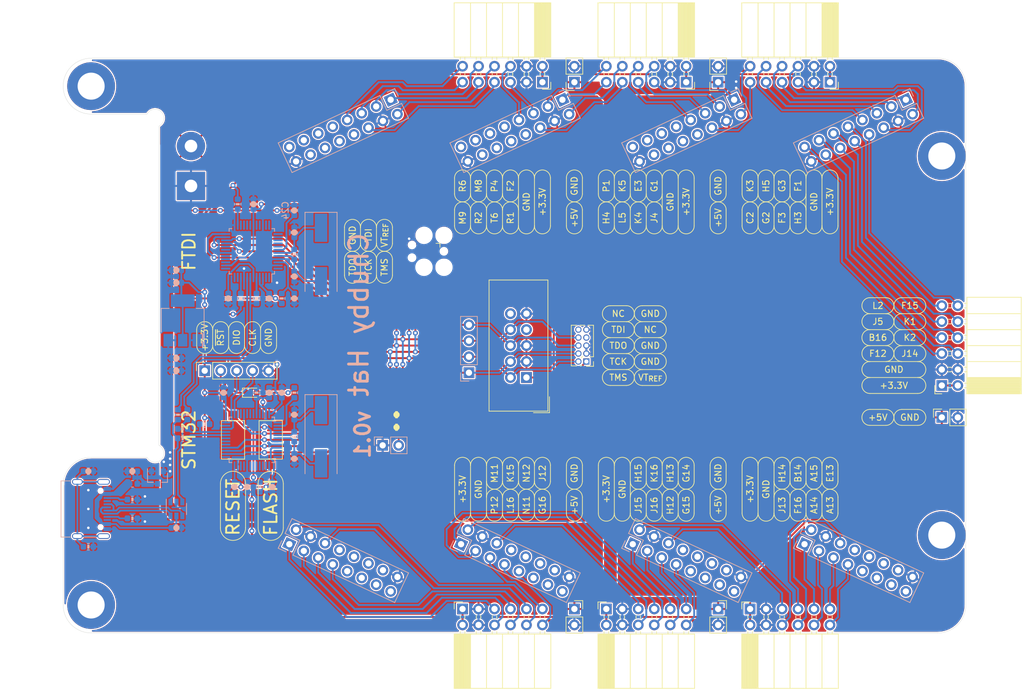
<source format=kicad_pcb>
(kicad_pcb (version 20221232) (generator pcbnew)
  (layers (0 "F.Cu" signal) (31 "B.Cu" signal) (34 "B.Paste" user) (35 "F.Paste" user) (36 "B.SilkS" user "B.Silkscreen") (37 "F.SilkS" user "F.Silkscreen") (38 "B.Mask" user) (39 "F.Mask" user) (44 "Edge.Cuts" user))
  (net 0 "")
  (net 1 "GND")
  (net 2 "+5V")
  (net 3 "VDD")
  (net 4 "Net-(U1-Pad48)")
  (net 5 "VBUS")
  (net 6 "/JTAG.TDO")
  (net 7 "/FTDI/BDBUS0")
  (net 8 "/FTDI/BDBUS1")
  (net 9 "/FTDI/BDBUS2")
  (net 10 "/FTDI/BDBUS3")
  (net 11 "/JTAG.TDI")
  (net 12 "/JTAG.TMS")
  (net 13 "/JTAG.TCK")
  (net 14 "Net-(R16-Pad1)")
  (net 15 "Net-(U1-Pad2)")
  (net 16 "Net-(U1-Pad1)")
  (net 17 "Earth")
  (net 18 "Net-(J12-PadB5)")
  (net 19 "Net-(J12-PadA8)")
  (net 20 "Net-(J12-PadA5)")
  (net 21 "Net-(J12-PadB8)")
  (net 22 "Net-(J13-Pad10)")
  (net 23 "+3V3")
  (net 24 "Net-(J2-Pad15)")
  (net 25 "Net-(J2-Pad14)")
  (net 26 "Net-(J2-Pad13)")
  (net 27 "Net-(J2-Pad12)")
  (net 28 "Net-(J2-Pad11)")
  (net 29 "Net-(J2-Pad10)")
  (net 30 "Net-(J2-Pad9)")
  (net 31 "Net-(J2-Pad8)")
  (net 32 "Net-(J3-Pad15)")
  (net 33 "Net-(J3-Pad14)")
  (net 34 "Net-(J3-Pad13)")
  (net 35 "Net-(J3-Pad12)")
  (net 36 "Net-(J3-Pad11)")
  (net 37 "Net-(J3-Pad10)")
  (net 38 "Net-(J3-Pad9)")
  (net 39 "Net-(J3-Pad8)")
  (net 40 "Net-(J4-Pad15)")
  (net 41 "Net-(J4-Pad14)")
  (net 42 "Net-(J4-Pad13)")
  (net 43 "Net-(J4-Pad12)")
  (net 44 "Net-(J4-Pad11)")
  (net 45 "Net-(J4-Pad10)")
  (net 46 "Net-(J4-Pad9)")
  (net 47 "Net-(J4-Pad8)")
  (net 48 "Net-(J5-Pad15)")
  (net 49 "Net-(J5-Pad14)")
  (net 50 "Net-(J5-Pad13)")
  (net 51 "Net-(J5-Pad12)")
  (net 52 "Net-(J5-Pad11)")
  (net 53 "Net-(J5-Pad10)")
  (net 54 "Net-(J5-Pad9)")
  (net 55 "Net-(J5-Pad8)")
  (net 56 "Net-(J6-Pad15)")
  (net 57 "Net-(J6-Pad14)")
  (net 58 "Net-(J6-Pad13)")
  (net 59 "Net-(J6-Pad12)")
  (net 60 "Net-(J6-Pad11)")
  (net 61 "Net-(J6-Pad10)")
  (net 62 "Net-(J6-Pad9)")
  (net 63 "Net-(J6-Pad8)")
  (net 64 "Net-(J7-Pad15)")
  (net 65 "Net-(J7-Pad14)")
  (net 66 "Net-(J7-Pad13)")
  (net 67 "Net-(J7-Pad12)")
  (net 68 "Net-(J7-Pad11)")
  (net 69 "Net-(J7-Pad10)")
  (net 70 "Net-(J7-Pad9)")
  (net 71 "Net-(J7-Pad8)")
  (net 72 "Net-(J8-Pad15)")
  (net 73 "Net-(J8-Pad14)")
  (net 74 "Net-(J8-Pad13)")
  (net 75 "Net-(J8-Pad12)")
  (net 76 "Net-(J8-Pad11)")
  (net 77 "Net-(J8-Pad10)")
  (net 78 "Net-(J8-Pad9)")
  (net 79 "Net-(J8-Pad8)")
  (net 80 "/FTDI/BDBUS4")
  (net 81 "/FTDI/BDBUS5")
  (net 82 "/FTDI/BDBUS6")
  (net 83 "/FTDI/BDBUS7")
  (net 84 "/FTDI/BCBUS0")
  (net 85 "/FTDI/BCBUS1")
  (net 86 "Net-(U3-Pad38)")
  (net 87 "/FTDI/BCBUS2")
  (net 88 "/FTDI/BCBUS3")
  (net 89 "/FTDI/ADBUS4")
  (net 90 "/FTDI/ADBUS5")
  (net 91 "/FTDI/ADBUS6")
  (net 92 "/FTDI/ADBUS7")
  (net 93 "/FTDI/ACBUS0")
  (net 94 "/FTDI/ACBUS1")
  (net 95 "/FTDI/ACBUS2")
  (net 96 "/FTDI/ACBUS3")
  (net 97 "/Blue Pill/PA0")
  (net 98 "/Blue Pill/PA1")
  (net 99 "/Blue Pill/PA2")
  (net 100 "/Blue Pill/PA3")
  (net 101 "/Blue Pill/PA4")
  (net 102 "/Blue Pill/PA5")
  (net 103 "Net-(U3-Pad4)")
  (net 104 "Net-(U3-Pad3)")
  (net 105 "Net-(U3-Pad1)")
  (net 106 "Net-(J20-Pad10)")
  (net 107 "Net-(J20-Pad7)")
  (net 108 "/Pmod1_IO4")
  (net 109 "/Pmod1_IO8")
  (net 110 "/Pmod1_IO3")
  (net 111 "/Pmod1_IO7")
  (net 112 "/Pmod1_IO2")
  (net 113 "/Pmod1_IO6")
  (net 114 "/Pmod1_IO1")
  (net 115 "/Pmod1_IO5")
  (net 116 "/Pmod2_IO6")
  (net 117 "/Pmod2_IO4")
  (net 118 "/Pmod2_IO2")
  (net 119 "/Pmod2_IO7")
  (net 120 "/Pmod2_IO8")
  (net 121 "/Pmod2_IO3")
  (net 122 "/Pmod3_IO7")
  (net 123 "/Pmod2_IO1")
  (net 124 "/Pmod3_IO3")
  (net 125 "/Pmod3_IO8")
  (net 126 "/Pmod2_IO5")
  (net 127 "/Pmod3_IO4")
  (net 128 "/Pmod4_IO8")
  (net 129 "/Pmod3_IO2")
  (net 130 "/Pmod4_IO4")
  (net 131 "/Pmod3_IO5")
  (net 132 "/Pmod3_IO6")
  (net 133 "/Pmod3_IO1")
  (net 134 "/Pmod4_IO5")
  (net 135 "/Pmod4_IO3")
  (net 136 "/Pmod4_IO1")
  (net 137 "/Pmod4_IO6")
  (net 138 "/Pmod4_IO7")
  (net 139 "/Pmod4_IO2")
  (net 140 "/Pmod5_IO7")
  (net 141 "/Pmod5_IO2")
  (net 142 "/Pmod5_IO3")
  (net 143 "/Pmod5_IO8")
  (net 144 "/Pmod5_IO6")
  (net 145 "/Pmod5_IO4")
  (net 146 "/Pmod5_IO5")
  (net 147 "/Pmod6_IO4")
  (net 148 "/Pmod5_IO1")
  (net 149 "/Pmod6_IO7")
  (net 150 "/Pmod6_IO8")
  (net 151 "/Pmod6_IO3")
  (net 152 "/Pmod6_IO5")
  (net 153 "/Pmod7_IO4")
  (net 154 "/Pmod6_IO1")
  (net 155 "/Pmod6_IO6")
  (net 156 "/Pmod7_IO8")
  (net 157 "/Pmod6_IO2")
  (net 158 "/Pmod7_IO5")
  (net 159 "/Pmod7_IO3")
  (net 160 "/Pmod7_IO1")
  (net 161 "/Pmod7_IO6")
  (net 162 "/Pmod7_IO7")
  (net 163 "/Pmod7_IO2")
  (net 164 "Net-(J13-Pad7)")
  (net 165 "Net-(C17-Pad2)")
  (net 166 "Net-(C18-Pad2)")
  (net 167 "/Blue Pill/STM32_~{RESET}")
  (net 168 "/Blue Pill/OSCIN")
  (net 169 "/Blue Pill/OSCOUT")
  (net 170 "/Blue Pill/SWCLK")
  (net 171 "/Blue Pill/SWDIO")
  (net 172 "/Blue Pill/BOOT0")
  (net 173 "Net-(C2-Pad1)")
  (net 174 "Net-(C19-Pad2)")
  (net 175 "/USB.D-")
  (net 176 "/USB.D+")
  (net 177 "/Blue Pill/PA6")
  (net 178 "/Blue Pill/PA7")
  (net 179 "/Blue Pill/PB0")
  (net 180 "/Blue Pill/PB1")
  (net 181 "/Blue Pill/PB10")
  (net 182 "/Blue Pill/PB11")
  (net 183 "/Blue Pill/PB12")
  (net 184 "/Blue Pill/PA8")
  (net 185 "Net-(D1-Pad2)")
  (net 186 "Net-(C5-Pad2)")
  (net 187 "Net-(R17-Pad1)")
  (net 188 "/Type C USB 2.0/D_N")
  (net 189 "/Type C USB 2.0/D_P")
  (net 190 "/FTDI/D_N")
  (net 191 "/FTDI/D_P")
  (net 192 "/Blue Pill/D_P")
  (net 193 "/Blue Pill/D_N")
  (net 194 "Net-(U1-Pad41)")
  (net 195 "/Blue Pill/PA9")
  (net 196 "/Blue Pill/PA10")
  (net 197 "/Blue Pill/PB3")
  (net 198 "/Blue Pill/PB5")
  (net 199 "/Blue Pill/PB6")
  (net 200 "/Blue Pill/PB7")
  (net 201 "/Blue Pill/PB8")
  (net 202 "/Blue Pill/PB9")
  (net 203 "Net-(R19-Pad2)")
  (net 204 "Net-(R20-Pad2)")
  (footprint "Connector:Tag-Connect_TC2030-IDC-FP_2x03_P1.27mm_Vertical" (layer "F.Cu") (at 185 66.28 180)
    (fp_text reference "J21" hide)
    (fp_text value "TC2030")
  )
  (footprint "MountingHole:MountingHole_4.3mm_M4_ISO7380_Pad" (layer "F.Cu") (at 131.445 122.555)
    (fp_text reference "H3" hide)
    (fp_text value "M4")
  )
  (footprint "Connector_PinSocket_2.54mm:PinSocket_1x05_P2.54mm_Vertical" (layer "F.Cu") (at 149.5 85.28 90)
    (fp_text reference "J14" hide)
    (fp_text value "SWD")
  )
  (footprint "LED_SMD:LED_0603_1608Metric" (layer "F.Cu") (at 157 88.78)
    (fp_text reference "D1" hide)
    (fp_text value "pink")
  )
  (footprint "Connector_PinSocket_2.54mm:PinSocket_1x02_P2.54mm_Vertical" (layer "F.Cu") (at 231.14 123.19)
    (fp_text reference "J18" hide)
    (fp_text value "5V")
  )
  (footprint "Connector_PinSocket_2.54mm:PinSocket_2x06_P2.54mm_Horizontal" (layer "F.Cu") (at 226.06 39.37 -90)
    (fp_text reference "Pmod3" hide)
    (fp_text value "Pmod_02x06_Host")
  )
  (footprint "Connector_PinSocket_2.54mm:PinSocket_1x02_P2.54mm_Vertical" (layer "F.Cu") (at 266.7 92.71 90)
    (fp_text reference "J19" hide)
    (fp_text value "5V")
  )
  (footprint "Connector_PinSocket_2.54mm:PinSocket_2x06_P2.54mm_Horizontal" (layer "F.Cu") (at 236.22 123.19 90)
    (fp_text reference "Pmod7" hide)
    (fp_text value "Pmod_02x06_Host")
  )
  (footprint "Connector_IDC:IDC-Header_2x05_P2.54mm_Vertical" (layer "F.Cu") (at 200.66 86.36 180)
    (fp_text reference "J13" hide)
    (fp_text value "Conn_ARM_JTAG_SWD_10")
  )
  (footprint "Connector_PinSocket_2.54mm:PinSocket_1x02_P2.54mm_Vertical" (layer "F.Cu") (at 231.14 39.37 180)
    (fp_text reference "J15" hide)
    (fp_text value "5V")
  )
  (footprint "MountingHole:MountingHole_4.3mm_M4_ISO7380_Pad" (layer "F.Cu") (at 266.7 51.1175)
    (fp_text reference "H2" hide)
    (fp_text value "M4")
  )
  (footprint "Connector_PinHeader_1.27mm:PinHeader_2x05_P1.27mm_Vertical" (layer "F.Cu") (at 210.185 83.82 180)
    (fp_text reference "J20" hide)
    (fp_text value "Conn_ARM_JTAG_SWD_10")
  )
  (footprint "Connector_Wire:SolderWirePad_1x02_P7.62mm_Drill2mm" (layer "F.Cu") (at 147.32 55.88 90)
    (fp_text reference "J9" hide)
    (fp_text value "Screw_Terminal_01x02")
  )
  (footprint "MountingHole:MountingHole_4.3mm_M4_ISO7380_Pad" (layer "F.Cu") (at 266.7 111.4425)
    (fp_text reference "H4" hide)
    (fp_text value "M4")
  )
  (footprint "Connector_PinSocket_2.54mm:PinSocket_2x06_P2.54mm_Horizontal" (layer "F.Cu") (at 190.5 123.19 90)
    (fp_text reference "Pmod5" hide)
    (fp_text value "Pmod_02x06_Host")
  )
  (footprint "MountingHole:MountingHole_4.3mm_M4_ISO7380_Pad" (layer "F.Cu") (at 131.445 40.005)
    (fp_text reference "H1" hide)
    (fp_text value "M4")
  )
  (footprint "Connector_PinSocket_2.54mm:PinSocket_2x06_P2.54mm_Horizontal" (layer "F.Cu") (at 213.36 123.19 90)
    (fp_text reference "Pmod6" hide)
    (fp_text value "Pmod_02x06_Host")
  )
  (footprint "Button_Switch_SMD:SW_SPST_CK_RS282G05A3" (layer "F.Cu") (at 154 96.28 90)
    (fp_text reference "SW2" hide)
    (fp_text value "reset")
  )
  (footprint "Connector_PinSocket_2.54mm:PinSocket_1x02_P2.54mm_Vertical" (layer "F.Cu") (at 208.28 123.19)
    (fp_text reference "J17" hide)
    (fp_text value "5V")
  )
  (footprint "Capacitor_SMD:C_0603_1608Metric_Icon" (layer "F.Cu") (at 180 92.28)
    (fp_text reference "C21" hide)
    (fp_text value "1u")
  )
  (footprint "Connector_PinSocket_2.54mm:PinSocket_2x06_P2.54mm_Horizontal" (layer "F.Cu") (at 248.92 39.37 -90)
    (fp_text reference "Pmod2" hide)
    (fp_text value "Pmod_02x06_Host")
  )
  (footprint "Connector_PinSocket_2.54mm:PinSocket_2x06_P2.54mm_Horizontal" (layer "F.Cu") (at 266.7 87.63 180)
    (fp_text reference "Pmod1" hide)
    (fp_text value "Pmod_02x06_Host")
  )
  (footprint "Capacitor_SMD:C_0603_1608Metric_Icon" (layer "F.Cu") (at 180 94.28)
    (fp_text reference "C22" hide)
    (fp_text value "100n")
  )
  (footprint "Connector_PinSocket_2.54mm:PinSocket_1x02_P2.54mm_Vertical" (layer "F.Cu") (at 208.28 39.37 180)
    (fp_text reference "J16" hide)
    (fp_text value "5V")
  )
  (footprint "Connector_PinSocket_2.54mm:PinSocket_2x06_P2.54mm_Horizontal" (layer "F.Cu") (at 203.2 39.37 -90)
    (fp_text reference "Pmod4" hide)
    (fp_text value "Pmod_02x06_Host")
  )
  (footprint "Button_Switch_SMD:SW_SPST_CK_RS282G05A3" (layer "F.Cu") (at 160 96.28 90)
    (fp_text reference "SW3" hide)
    (fp_text value "boot0")
  )
  (footprint "Resistor_SMD:R_0603_1608Metric_Icon" (layer "B.Cu") (at 138 105.78 180)
    (fp_text reference "R11" hide)
    (fp_text value "5.1k")
  )
  (footprint "Crystal:Crystal_SMD_HC49-SD" (layer "B.Cu") (at 168 66.78 -90)
    (fp_text reference "Y1" hide)
    (fp_text value "6MHz")
  )
  (footprint "Resistor_SMD:R_0603_1608Metric_Icon" (layer "B.Cu") (at 163.75 66.78 -90)
    (fp_text reference "R8" hide)
    (fp_text value "1M")
  )
  (footprint "Connector_PinSocket_2.54mm:PinSocket_2x08_P2.54mm_Vertical" (layer "B.Cu") (at 190.260848 112.881847 -115)
    (fp_text reference "J6" hide)
    (fp_text value "HUB75")
  )
  (footprint "Capacitor_SMD:C_0603_1608Metric_Icon" (layer "B.Cu") (at 145 85.28 180)
    (fp_text reference "C7" hide)
    (fp_text value "1u")
  )
  (footprint "Resistor_SMD:R_0603_1608Metric_Icon" (layer "B.Cu") (at 161.75 73.78 -90)
    (fp_text reference "R18" hide)
    (fp_text value "470")
  )
  (footprint "Capacitor_SMD:C_0603_1608Metric_Icon" (layer "B.Cu") (at 163.75 73.78 90)
    (fp_text reference "C19" hide)
    (fp_text value "100n")
  )
  (footprint "Resistor_SMD:R_0603_1608Metric_Icon" (layer "B.Cu") (at 146.75 92.28 90)
    (fp_text reference "R2" hide)
    (fp_text value "27")
  )
  (footprint "Connector_PinSocket_2.54mm:PinSocket_2x08_P2.54mm_Vertical" (layer "B.Cu") (at 179.07 42.164 115)
    (fp_text reference "J4" hide)
    (fp_text value "HUB75")
  )
  (footprint "Resistor_SMD:R_0603_1608Metric_Icon" (layer "B.Cu") (at 158.25 103.78 -90)
    (fp_text reference "R13" hide)
    (fp_text value "10k")
  )
  (footprint "Capacitor_SMD:C_0603_1608Metric_Icon" (layer "B.Cu") (at 145 69.28)
    (fp_text reference "C8" hide)
    (fp_text value "1u")
  )
  (footprint "Resistor_SMD:R_0603_1608Metric_Icon" (layer "B.Cu") (at 145.25 92.28 -90)
    (fp_text reference "R1" hide)
    (fp_text value "27")
  )
  (footprint "Connector_PinSocket_2.54mm:PinSocket_2x08_P2.54mm_Vertical" (layer "B.Cu") (at 206.375 42.164 115)
    (fp_text reference "J3" hide)
    (fp_text value "HUB75")
  )
  (footprint "Package_QFP:LQFP-48_7x7mm_P0.5mm" (layer "B.Cu") (at 157 96.28 180)
    (fp_text reference "U3" hide)
    (fp_text value "STM32F103C8Tx")
  )
  (footprint "Capacitor_SMD:C_0603_1608Metric_Icon" (layer "B.Cu") (at 159.75 73.78 90)
    (fp_text reference "C20" hide)
    (fp_text value "100n")
  )
  (footprint "Capacitor_SMD:C_0603_1608Metric_Icon" (layer "B.Cu") (at 131 101.28)
    (fp_text reference "C3" hide)
    (fp_text value "100n")
  )
  (footprint "Capacitor_SMD:C_0603_1608Metric_Icon" (layer "B.Cu") (at 145 110.28 180)
    (fp_text reference "C4" hide)
    (fp_text value "100n")
  )
  (footprint "Capacitor_SMD:C_0603_1608Metric_Icon" (layer "B.Cu") (at 161.75 88.78 -90)
    (fp_text reference "C12" hide)
    (fp_text value "100n")
  )
  (footprint "Connector_PinHeader_2.54mm:PinHeader_1x02_P2.54mm_Vertical" (layer "B.Cu") (at 177.8 97.155 -90)
    (fp_text reference "J10" hide)
    (fp_text value "Conn_01x02")
  )
  (footprint "Capacitor_SMD:C_0603_1608Metric_Icon" (layer "B.Cu") (at 152.5 88.78 -90)
    (fp_text reference "C11" hide)
    (fp_text value "100n")
  )
  (footprint "Resistor_SMD:R_0603_1608Metric_Icon" (layer "B.Cu") (at 131 113.28 180)
    (fp_text reference "R9" hide)
    (fp_text value "1M")
  )
  (footprint "Resistor_SMD:R_0603_1608Metric_Icon" (layer "B.Cu") (at 146 96.03)
    (fp_text reference "R7" hide)
    (fp_text value "20")
  )
  (footprint "Capacitor_SMD:C_0603_1608Metric_Icon" (layer "B.Cu") (at 145 71.28)
    (fp_text reference "C9" hide)
    (fp_text value "100n")
  )
  (footprint "Package_TO_SOT_SMD:SOT-23-6" (layer "B.Cu") (at 145 107.28 -90)
    (fp_text reference "U2" hide)
    (fp_text value "USBLC6-2SC6")
  )
  (footprint "Capacitor_SMD:C_0603_1608Metric_Icon" (layer "B.Cu") (at 163.75 59.78 -90)
    (fp_text reference "C24")
    (fp_text value "100n")
  )
  (footprint "Resistor_SMD:R_0603_1608Metric_Icon" (layer "B.Cu") (at 157.75 73.78 -90)
    (fp_text reference "R16" hide)
    (fp_text value "1.5k")
  )
  (footprint "Package_TO_SOT_SMD:SOT-23" (layer "B.Cu") (at 142 102.28 -90)
    (fp_text reference "Q1" hide)
    (fp_text value "AO3401A")
  )
  (footprint "Capacitor_SMD:C_0603_1608Metric_Icon" (layer "B.Cu") (at 156.25 103.78 90)
    (fp_text reference "C14" hide)
    (fp_text value "100n")
  )
  (footprint "Connector_PinHeader_2.54mm:PinHeader_1x04_P2.54mm_Vertical" (layer "B.Cu") (at 191.516 85.598)
    (fp_text reference "J11" hide)
    (fp_text value "Conn_01x04")
  )
  (footprint "Resistor_SMD:R_0603_1608Metric_Icon" (layer "B.Cu") (at 149.5 93.78)
    (fp_text reference "R12" hide)
    (fp_text value "1.5k")
  )
  (footprint "Capacitor_SMD:C_0603_1608Metric_Icon" (layer "B.Cu") (at 154.25 103.78 90)
    (fp_text reference "C10" hide)
    (fp_text value "100n")
  )
  (footprint "Connector_PinSocket_2.54mm:PinSocket_2x08_P2.54mm_Vertical" (layer "B.Cu") (at 217.565848 112.881847 -115)
    (fp_text reference "J7" hide)
    (fp_text value "HUB75")
  )
  (footprint "Capacitor_SMD:C_0603_1608Metric_Icon" (layer "B.Cu") (at 138 101.28)
    (fp_text reference "C5" hide)
    (fp_text value "1u")
  )
  (footprint "Crystal:Crystal_SMD_HC49-SD" (layer "B.Cu") (at 168 95.78 -90)
    (fp_text reference "Y2" hide)
    (fp_text value "8MHz")
  )
  (footprint "Capacitor_SMD:C_0603_1608Metric_Icon" (layer "B.Cu") (at 157.25 58.78 90)
    (fp_text reference "C1" hide)
    (fp_text value "100n")
  )
  (footprint "Connector_PinSocket_2.54mm:PinSocket_2x08_P2.54mm_Vertical" (layer "B.Cu") (at 162.955848 112.881847 -115)
    (fp_text reference "J5" hide)
    (fp_text value "HUB75")
  )
  (footprint "Resistor_SMD:R_0603_1608Metric_Icon" (layer "B.Cu") (at 146 94.53 180)
    (fp_text reference "R6" hide)
    (fp_text value "20")
  )
  (footprint "Capacitor_SMD:C_0603_1608Metric_Icon" (layer "B.Cu") (at 163.75 92.28 -90)
    (fp_text reference "C15" hide)
    (fp_text value "36p")
  )
  (footprint "Capacitor_SMD:C_0603_1608Metric_Icon" (layer "B.Cu") (at 163.75 70.28 90)
    (fp_text reference "C18" hide)
    (fp_text value "36p")
  )
  (footprint "Resistor_SMD:R_0603_1608Metric_Icon" (layer "B.Cu") (at 163.75 88.78 90)
    (fp_text reference "R17" hide)
    (fp_text value "10k")
  )
  (footprint "Resistor_SMD:R_0603_1608Metric_Icon" (layer "B.Cu") (at 138 108.78 180)
    (fp_text reference "R10" hide)
    (fp_text value "5.1k")
  )
  (footprint "Capacitor_SMD:C_0603_1608Metric_Icon" (layer "B.Cu") (at 160.25 103.78 90)
    (fp_text reference "C13" hide)
    (fp_text value "100n")
  )
  (footprint "Capacitor_SMD:C_0603_1608Metric_Icon" (layer "B.Cu") (at 163.75 99.28 90)
    (fp_text reference "C16" hide)
    (fp_text value "36p")
  )
  (footprint "Connector_USB:USB_C_Receptacle_Palconn_UTC16-G" (layer "B.Cu") (at 131.5 107.28 90)
    (fp_text reference "J12" hide)
    (fp_text value "USB_C_Receptacle_USB2.0")
  )
  (footprint "Connector_PinSocket_2.54mm:PinSocket_2x08_P2.54mm_Vertical" (layer "B.Cu") (at 260.985 42.164 115)
    (fp_text reference "J1" hide)
    (fp_text value "HUB75")
  )
  (footprint "Resistor_SMD:R_0603_1608Metric_Icon" (layer "B.Cu") (at 155.25 73.78 90)
    (fp_text reference "R19" hide)
    (fp_text value "1.5k")
  )
  (footprint "Connector_PinSocket_2.54mm:PinSocket_2x08_P2.54mm_Vertical" (layer "B.Cu") (at 244.870848 112.881847 -115)
    (fp_text reference "J8" hide)
    (fp_text value "HUB75")
  )
  (footprint "Capacitor_SMD:C_0603_1608Metric_Icon" (layer "B.Cu") (at 145 83.28 180)
    (fp_text reference "C6" hide)
    (fp_text value "100n")
  )
  (footprint "Capacitor_SMD:C_0603_1608Metric_Icon" (layer "B.Cu") (at 163.75 63.28 -90)
    (fp_text reference "C17" hide)
    (fp_text value "36p")
  )
  (footprint "Capacitor_SMD:C_0603_1608Metric_Icon" (layer "B.Cu") (at 159.75 88.78 -90)
    (fp_text reference "C23" hide)
    (fp_text value "100n")
  )
  (footprint "Capacitor_SMD:C_0603_1608Metric_Icon" (layer "B.Cu") (at 153.25 73.78 -90)
    (fp_text reference "C2" hide)
    (fp_text value "100n")
  )
  (footprint "Resistor_SMD:R_0603_1608Metric_Icon" (layer "B.Cu") (at 157.75 88.78 90)
    (fp_text reference "R15" hide)
    (fp_text value "10k")
  )
  (footprint "Resistor_SMD:R_0603_1608Metric_Icon" (layer "B.Cu") (at 154.75 58.78 -90)
    (fp_text reference "R20" hide)
    (fp_text value "1.5k")
  )
  (footprint "Package_QFP:LQFP-48_7x7mm_P0.5mm" (layer "B.Cu") (at 157 66.28 90)
    (fp_text reference "U1" hide)
    (fp_text value "FT2232D")
  )
  (footprint "Connector_PinSocket_2.54mm:PinSocket_2x08_P2.54mm_Vertical" (layer "B.Cu") (at 233.68 42.164 115)
    (fp_text reference "J2" hide)
    (fp_text value "HUB75")
  )
  (footprint "Inductor_SMD:L_0603_1608Metric" (layer "B.Cu") (at 138 103.28 180)
    (fp_text reference "FB1" hide)
    (fp_text value "600Ω@100MHz")
  )
  (footprint "Package_TO_SOT_SMD:SOT-223-3_TabPin2" (layer "B.Cu") (at 146 77.28 90)
    (fp_text reference "U4" hide)
    (fp_text value "AMS1117-3.3")
  )
  (footprint "Resistor_SMD:R_0603_1608Metric_Icon" (layer "B.Cu") (at 163.75 95.78 -90)
    (fp_text reference "R3" hide)
    (fp_text value "1M")
  )
  (gr_line (start 227.33 102.87) (end 227.33 100.33) (stroke (width 0.12)) (layer "F.SilkS"))
  (gr_arc (start 171.73 67.55) (mid 173 66.28) (end 174.27 67.55) (stroke (width 0.12)) (layer "F.SilkS"))
  (gr_arc (start 260.35 83.82) (mid 259.08 82.55) (end 260.35 81.28) (stroke (width 0.12)) (layer "F.SilkS"))
  (gr_arc (start 174.27 62.47) (mid 175.54 61.2) (end 176.81 62.47) (stroke (width 0.12)) (layer "F.SilkS"))
  (gr_arc (start 196.85 54.61) (mid 198.12 53.34) (end 199.39 54.61) (stroke (width 0.12)) (layer "F.SilkS"))
  (gr_line (start 153.31 78.74) (end 153.31 81.28) (stroke (width 0.12)) (layer "F.SilkS"))
  (gr_arc (start 204.47 107.95) (mid 203.2 109.22) (end 201.93 107.95) (stroke (width 0.12)) (layer "F.SilkS"))
  (gr_arc (start 199.39 100.33) (mid 200.66 99.06) (end 201.93 100.33) (stroke (width 0.12)) (layer "F.SilkS"))
  (gr_arc (start 150.77 78.74) (mid 152.04 77.47) (end 153.31 78.74) (stroke (width 0.12)) (layer "F.SilkS"))
  (gr_line (start 209.55 105.41) (end 209.55 107.95) (stroke (width 0.12)) (layer "F.SilkS"))
  (gr_arc (start 162 110.28) (mid 160 112.28) (end 158 110.28) (stroke (width 0.12)) (layer "F.SilkS"))
  (gr_line (start 217.17 107.95) (end 217.17 100.33) (stroke (width 0.12)) (layer "F.SilkS"))
  (gr_arc (start 194.31 54.61) (mid 195.58 53.34) (end 196.85 54.61) (stroke (width 0.12)) (layer "F.SilkS"))
  (gr_arc (start 179.35 70.09) (mid 178.08 71.36) (end 176.81 70.09) (stroke (width 0.12)) (layer "F.SilkS"))
  (gr_arc (start 245.11 62.23) (mid 243.84 63.5) (end 242.57 62.23) (stroke (width 0.12)) (layer "F.SilkS"))
  (gr_line (start 152 103.28) (end 152 110.28) (stroke (width 0.12)) (layer "F.SilkS"))
  (gr_arc (start 260.35 93.98) (mid 259.08 92.71) (end 260.35 91.44) (stroke (width 0.12)) (layer "F.SilkS"))
  (gr_line (start 201.93 102.87) (end 201.93 100.33) (stroke (width 0.12)) (layer "F.SilkS"))
  (gr_arc (start 219.71 102.87) (mid 218.44 104.14) (end 217.17 102.87) (stroke (width 0.12)) (layer "F.SilkS"))
  (gr_arc (start 214 80.01) (mid 212.73 78.74) (end 214 77.47) (stroke (width 0.12)) (layer "F.SilkS"))
  (gr_line (start 257.81 76.2) (end 255.27 76.2) (stroke (width 0.12)) (layer "F.SilkS"))
  (gr_line (start 234.95 54.61) (end 234.95 57.15) (stroke (width 0.12)) (layer "F.SilkS"))
  (gr_line (start 229.87 100.33) (end 229.87 102.87) (stroke (width 0.12)) (layer "F.SilkS"))
  (gr_arc (start 245.11 105.41) (mid 246.38 104.14) (end 247.65 105.41) (stroke (width 0.12)) (layer "F.SilkS"))
  (gr_line (start 216.54 82.55) (end 214 82.55) (stroke (width 0.12)) (layer "F.SilkS"))
  (gr_arc (start 199.39 57.15) (mid 198.12 58.42) (end 196.85 57.15) (stroke (width 0.12)) (layer "F.SilkS"))
  (gr_line (start 224.79 102.87) (end 224.79 100.33) (stroke (width 0.12)) (layer "F.SilkS"))
  (gr_arc (start 158 103.28) (mid 160 101.28) (end 162 103.28) (stroke (width 0.12)) (layer "F.SilkS"))
  (gr_line (start 171.73 67.55) (end 171.73 70.09) (stroke (width 0.12)) (layer "F.SilkS"))
  (gr_arc (start 219.08 82.55) (mid 217.81 81.28) (end 219.08 80.01) (stroke (width 0.12)) (layer "F.SilkS"))
  (gr_arc (start 194.31 59.69) (mid 195.58 58.42) (end 196.85 59.69) (stroke (width 0.12)) (layer "F.SilkS"))
  (gr_line (start 191.77 54.61) (end 191.77 57.15) (stroke (width 0.12)) (layer "F.SilkS"))
  (gr_arc (start 240.03 100.33) (mid 241.3 99.06) (end 242.57 100.33) (stroke (width 0.12)) (layer "F.SilkS"))
  (gr_line (start 214.63 54.61) (end 214.63 57.15) (stroke (width 0.12)) (layer "F.SilkS"))
  (gr_line (start 207.01 59.69) (end 207.01 62.23) (stroke (width 0.12)) (layer "F.SilkS"))
  (gr_arc (start 222.25 105.41) (mid 223.52 104.14) (end 224.79 105.41) (stroke (width 0.12)) (layer "F.SilkS"))
  (gr_arc (start 209.55 57.15) (mid 208.28 58.42) (end 207.01 57.15) (stroke (width 0.12)) (layer "F.SilkS"))
  (gr_arc (start 155.85 81.28) (mid 154.58 82.55) (end 153.31 81.28) (stroke (width 0.12)) (layer "F.SilkS"))
  (gr_arc (start 201.93 102.87) (mid 200.66 104.14) (end 199.39 102.87) (stroke (width 0.12)) (layer "F.SilkS"))
  (gr_arc (start 199.39 107.95) (mid 198.12 109.22) (end 196.85 107.95) (stroke (width 0.12)) (layer "F.SilkS"))
  (gr_arc (start 217.17 105.41) (mid 218.44 104.14) (end 219.71 105.41) (stroke (width 0.12)) (layer "F.SilkS"))
  (gr_arc (start 262.89 91.44) (mid 264.16 92.71) (end 262.89 93.98) (stroke (width 0.12)) (layer "F.SilkS"))
  (gr_arc (start 221.62 74.93) (mid 222.89 76.2) (end 221.62 77.47) (stroke (width 0.12)) (layer "F.SilkS"))
  (gr_line (start 242.57 59.69) (end 242.57 62.23) (stroke (width 0.12)) (layer "F.SilkS"))
  (gr_line (start 247.65 54.61) (end 247.65 62.23) (stroke (width 0.12)) (layer "F.SilkS"))
  (gr_arc (start 214 82.55) (mid 212.73 81.28) (end 214 80.01) (stroke (width 0.12)) (layer "F.SilkS"))
  (gr_arc (start 245.11 102.87) (mid 243.84 104.14) (end 242.57 102.87) (stroke (width 0.12)) (layer "F.SilkS"))
  (gr_arc (start 234.95 100.33) (mid 236.22 99.06) (end 237.49 100.33) (stroke (width 0.12)) (layer "F.SilkS"))
  (gr_arc (start 156 110.28) (mid 154 112.28) (end 152 110.28) (stroke (width 0.12)) (layer "F.SilkS"))
  (gr_arc (start 153.31 81.28) (mid 152.04 82.55) (end 150.77 81.28) (stroke (width 0.12)) (layer "F.SilkS"))
  (gr_arc (start 171.73 62.47) (mid 173 61.2) (end 174.27 62.47) (stroke (width 0.12)) (layer "F.SilkS"))
  (gr_line (start 196.85 107.95) (end 196.85 105.41) (stroke (width 0.12)) (layer "F.SilkS"))
  (gr_arc (start 240.03 54.61) (mid 241.3 53.34) (end 242.57 54.61) (stroke (width 0.12)) (layer "F.SilkS"))
  (gr_arc (start 250.19 102.87) (mid 248.92 104.14) (end 247.65 102.87) (stroke (width 0.12)) (layer "F.SilkS"))
  (gr_line (start 245.11 107.95) (end 245.11 105.41) (stroke (width 0.12)) (layer "F.SilkS"))
  (gr_arc (start 262.89 78.74) (mid 264.16 80.01) (end 262.89 81.28) (stroke (width 0.12)) (layer "F.SilkS"))
  (gr_line (start 204.47 54.61) (end 204.47 62.23) (stroke (width 0.12)) (layer "F.SilkS"))
  (gr_arc (start 222.25 107.95) (mid 220.98 109.22) (end 219.71 107.95) (stroke (width 0.12)) (layer "F.SilkS"))
  (gr_line (start 232.41 59.69) (end 232.41 62.23) (stroke (width 0.12)) (layer "F.SilkS"))
  (gr_arc (start 257.81 76.2) (mid 259.08 77.47) (end 257.81 78.74) (stroke (width 0.12)) (layer "F.SilkS"))
  (gr_line (start 240.03 107.95) (end 240.03 100.33) (stroke (width 0.12)) (layer "F.SilkS"))
  (gr_arc (start 191.77 59.69) (mid 193.04 58.42) (end 194.31 59.69) (stroke (width 0.12)) (layer "F.SilkS"))
  (gr_line (start 201.93 107.95) (end 201.93 105.41) (stroke (width 0.12)) (layer "F.SilkS"))
  (gr_line (start 237.49 54.61) (end 237.49 57.15) (stroke (width 0.12)) (layer "F.SilkS"))
  (gr_arc (start 262.89 73.66) (mid 264.16 74.93) (end 262.89 76.2) (stroke (width 0.12)) (layer "F.SilkS"))
  (gr_arc (start 214.63 57.15) (mid 213.36 58.42) (end 212.09 57.15) (stroke (width 0.12)) (layer "F.SilkS"))
  (gr_arc (start 229.87 100.33) (mid 231.14 99.06) (end 232.41 100.33) (stroke (width 0.12)) (layer "F.SilkS"))
  (gr_line (start 262.89 76.2) (end 260.35 76.2) (stroke (width 0.12)) (layer "F.SilkS"))
  (gr_line (start 196.85 59.69) (end 196.85 62.23) (stroke (width 0.12)) (layer "F.SilkS"))
  (gr_line (start 216.54 77.47) (end 214 77.47) (stroke (width 0.12)) (layer "F.SilkS"))
  (gr_arc (start 219.71 107.95) (mid 218.44 109.22) (end 217.17 107.95) (stroke (width 0.12)) (layer "F.SilkS"))
  (gr_arc (start 242.57 54.61) (mid 243.84 53.34) (end 245.11 54.61) (stroke (width 0.12)) (layer "F.SilkS"))
  (gr_arc (start 191.77 62.23) (mid 190.5 63.5) (end 189.23 62.23) (stroke (width 0.12)) (layer "F.SilkS"))
  (gr_line (start 257.81 91.44) (end 255.27 91.44) (stroke (width 0.12)) (layer "F.SilkS"))
  (gr_line (start 242.57 54.61) (end 242.57 57.15) (stroke (width 0.12)) (layer "F.SilkS"))
  (gr_arc (start 176.81 70.09) (mid 175.54 71.36) (end 174.27 70.09) (stroke (width 0.12)) (layer "F.SilkS"))
  (gr_arc (start 150.77 81.28) (mid 149.5 82.55) (end 148.23 81.28) (stroke (width 0.12)) (layer "F.SilkS"))
  (gr_arc (start 250.19 107.95) (mid 248.92 109.22) (end 247.65 107.95) (stroke (width 0.12)) (layer "F.SilkS"))
  (gr_arc (start 160.93 81.28) (mid 159.66 82.55) (end 158.39 81.28) (stroke (width 0.12)) (layer "F.SilkS"))
  (gr_arc (start 214.63 100.33) (mid 215.9 99.06) (end 217.17 100.33) (stroke (width 0.12)) (layer "F.SilkS"))
  (gr_arc (start 204.47 62.23) (mid 203.2 63.5) (end 201.93 62.23) (stroke (width 0.12)) (layer "F.SilkS"))
  (gr_line (start 216.54 85.09) (end 214 85.09) (stroke (width 0.12)) (layer "F.SilkS"))
  (gr_arc (start 217.17 54.61) (mid 218.44 53.34) (end 219.71 54.61) (stroke (width 0.12)) (layer "F.SilkS"))
  (gr_arc (start 217.17 100.33) (mid 218.44 99.06) (end 219.71 100.33) (stroke (width 0.12)) (layer "F.SilkS"))
  (gr_arc (start 260.35 81.28) (mid 259.08 80.01) (end 260.35 78.74) (stroke (width 0.12)) (layer "F.SilkS"))
  (gr_arc (start 214 87.63) (mid 212.73 86.36) (end 214 85.09) (stroke (width 0.12)) (layer "F.SilkS"))
  (gr_line (start 194.31 54.61) (end 194.31 57.15) (stroke (width 0.12)) (layer "F.SilkS"))
  (gr_line (start 221.62 80.01) (end 219.08 80.01) (stroke (width 0.12)) (layer "F.SilkS"))
  (gr_arc (start 214.63 54.61) (mid 215.9 53.34) (end 217.17 54.61) (stroke (width 0.12)) (layer "F.SilkS"))
  (gr_arc (start 217.17 62.23) (mid 215.9 63.5) (end 214.63 62.23) (stroke (width 0.12)) (layer "F.SilkS"))
  (gr_arc (start 247.65 62.23) (mid 246.38 63.5) (end 245.11 62.23) (stroke (width 0.12)) (layer "F.SilkS"))
  (gr_arc (start 245.11 107.95) (mid 243.84 109.22) (end 242.57 107.95) (stroke (width 0.12)) (layer "F.SilkS"))
  (gr_line (start 250.19 54.61) (end 250.19 62.23) (stroke (width 0.12)) (layer "F.SilkS"))
  (gr_arc (start 222.25 100.33) (mid 223.52 99.06) (end 224.79 100.33) (stroke (width 0.12)) (layer "F.SilkS"))
  (gr_arc (start 260.35 76.2) (mid 259.08 74.93) (end 260.35 73.66) (stroke (width 0.12)) (layer "F.SilkS"))
  (gr_line (start 189.23 107.95) (end 189.23 100.33) (stroke (width 0.12)) (layer "F.SilkS"))
  (gr_arc (start 219.71 54.61) (mid 220.98 53.34) (end 222.25 54.61) (stroke (width 0.12)) (layer "F.SilkS"))
  (gr_line (start 174.27 62.47) (end 174.27 65.01) (stroke (width 0.12)) (layer "F.SilkS"))
  (gr_arc (start 234.95 59.69) (mid 236.22 58.42) (end 237.49 59.69) (stroke (width 0.12)) (layer "F.SilkS"))
  (gr_arc (start 207.01 100.33) (mid 208.28 99.06) (end 209.55 100.33) (stroke (width 0.12)) (layer "F.SilkS"))
  (gr_arc (start 245.11 54.61) (mid 246.38 53.34) (end 247.65 54.61) (stroke (width 0.12)) (layer "F.SilkS"))
  (gr_arc (start 262.89 86.36) (mid 264.16 87.63) (end 262.89 88.9) (stroke (width 0.12)) (layer "F.SilkS"))
  (gr_arc (start 260.35 78.74) (mid 259.08 77.47) (end 260.35 76.2) (stroke (width 0.12)) (layer "F.SilkS"))
  (gr_arc (start 191.77 57.15) (mid 190.5 58.42) (end 189.23 57.15) (stroke (width 0.12)) (layer "F.SilkS"))
  (gr_arc (start 219.71 62.23) (mid 218.44 63.5) (end 217.17 62.23) (stroke (width 0.12)) (layer "F.SilkS"))
  (gr_line (start 217.17 54.61) (end 217.17 57.15) (stroke (width 0.12)) (layer "F.SilkS"))
  (gr_line (start 219.71 54.61) (end 219.71 57.15) (stroke (width 0.12)) (layer "F.SilkS"))
  (gr_line (start 262.89 88.9) (end 255.27 88.9) (stroke (width 0.12)) (layer "F.SilkS"))
  (gr_arc (start 201.93 62.23) (mid 200.66 63.5) (end 199.39 62.23) (stroke (width 0.12)) (layer "F.SilkS"))
  (gr_arc (start 227.33 62.23) (mid 226.06 63.5) (end 224.79 62.23) (stroke (width 0.12)) (layer "F.SilkS"))
  (gr_line (start 234.95 107.95) (end 234.95 100.33) (stroke (width 0.12)) (layer "F.SilkS"))
  (gr_arc (start 255.27 88.9) (mid 254 87.63) (end 255.27 86.36) (stroke (width 0.12)) (layer "F.SilkS"))
  (gr_arc (start 191.77 107.95) (mid 190.5 109.22) (end 189.23 107.95) (stroke (width 0.12)) (layer "F.SilkS"))
  (gr_line (start 209.55 100.33) (end 209.55 102.87) (stroke (width 0.12)) (layer "F.SilkS"))
  (gr_arc (start 207.01 105.41) (mid 208.28 104.14) (end 209.55 105.41) (stroke (width 0.12)) (layer "F.SilkS"))
  (gr_line (start 209.55 59.69) (end 209.55 62.23) (stroke (width 0.12)) (layer "F.SilkS"))
  (gr_line (start 224.79 107.95) (end 224.79 105.41) (stroke (width 0.12)) (layer "F.SilkS"))
  (gr_line (start 232.41 105.41) (end 232.41 107.95) (stroke (width 0.12)) (layer "F.SilkS"))
  (gr_arc (start 219.08 80.01) (mid 217.81 78.74) (end 219.08 77.47) (stroke (width 0.12)) (layer "F.SilkS"))
  (gr_line (start 262.89 91.44) (end 260.35 91.44) (stroke (width 0.12)) (layer "F.SilkS"))
  (gr_line (start 199.39 54.61) (end 199.39 62.23) (stroke (width 0.12)) (layer "F.SilkS"))
  (gr_arc (start 194.31 107.95) (mid 193.04 109.22) (end 191.77 107.95) (stroke (width 0.12)) (layer "F.SilkS"))
  (gr_arc (start 176.81 62.47) (mid 178.08 61.2) (end 179.35 62.47) (stroke (width 0.12)) (layer "F.SilkS"))
  (gr_arc (start 240.03 107.95) (mid 238.76 109.22) (end 237.49 107.95) (stroke (width 0.12)) (layer "F.SilkS"))
  (gr_arc (start 214.63 62.23) (mid 213.36 63.5) (end 212.09 62.23) (stroke (width 0.12)) (layer "F.SilkS"))
  (gr_arc (start 262.89 81.28) (mid 264.16 82.55) (end 262.89 83.82) (stroke (width 0.12)) (layer "F.SilkS"))
  (gr_line (start 222.25 102.87) (end 222.25 100.33) (stroke (width 0.12)) (layer "F.SilkS"))
  (gr_line (start 216.54 80.01) (end 214 80.01) (stroke (width 0.12)) (layer "F.SilkS"))
  (gr_arc (start 199.39 62.23) (mid 198.12 63.5) (end 196.85 62.23) (stroke (width 0.12)) (layer "F.SilkS"))
  (gr_line (start 174.27 67.55) (end 174.27 70.09) (stroke (width 0.12)) (layer "F.SilkS"))
  (gr_arc (start 221.62 80.01) (mid 222.89 81.28) (end 221.62 82.55) (stroke (width 0.12)) (layer "F.SilkS"))
  (gr_arc (start 194.31 105.41) (mid 195.58 104.14) (end 196.85 105.41) (stroke (width 0.12)) (layer "F.SilkS"))
  (gr_arc (start 212.09 54.61) (mid 213.36 53.34) (end 214.63 54.61) (stroke (width 0.12)) (layer "F.SilkS"))
  (gr_arc (start 196.85 107.95) (mid 195.58 109.22) (end 194.31 107.95) (stroke (width 0.12)) (layer "F.SilkS"))
  (gr_arc (start 176.81 67.55) (mid 178.08 66.28) (end 179.35 67.55) (stroke (width 0.12)) (layer "F.SilkS"))
  (gr_line (start 242.57 102.87) (end 242.57 100.33) (stroke (width 0.12)) (layer "F.SilkS"))
  (gr_arc (start 221.62 85.09) (mid 222.89 86.36) (end 221.62 87.63) (stroke (width 0.12)) (layer "F.SilkS"))
  (gr_arc (start 247.65 102.87) (mid 246.38 104.14) (end 245.11 102.87) (stroke (width 0.12)) (layer "F.SilkS"))
  (gr_arc (start 237.49 54.61) (mid 238.76 53.34) (end 240.03 54.61) (stroke (width 0.12)) (layer "F.SilkS"))
  (gr_arc (start 255.27 83.82) (mid 254 82.55) (end 255.27 81.28) (stroke (width 0.12)) (layer "F.SilkS"))
  (gr_arc (start 247.65 107.95) (mid 246.38 109.22) (end 245.11 107.95) (stroke (width 0.12)) (layer "F.SilkS"))
  (gr_arc (start 224.79 54.61) (mid 226.06 53.34) (end 227.33 54.61) (stroke (width 0.12)) (layer "F.SilkS"))
  (gr_line (start 196.85 102.87) (end 196.85 100.33) (stroke (width 0.12)) (layer "F.SilkS"))
  (gr_arc (start 196.85 105.41) (mid 198.12 104.14) (end 199.39 105.41) (stroke (width 0.12)) (layer "F.SilkS"))
  (gr_arc (start 255.27 93.98) (mid 254 92.71) (end 255.27 91.44) (stroke (width 0.12)) (layer "F.SilkS"))
  (gr_line (start 257.81 81.28) (end 255.27 81.28) (stroke (width 0.12)) (layer "F.SilkS"))
  (gr_arc (start 262.89 76.2) (mid 264.16 77.47) (end 262.89 78.74) (stroke (width 0.12)) (layer "F.SilkS"))
  (gr_line (start 247.65 102.87) (end 247.65 100.33) (stroke (width 0.12)) (layer "F.SilkS"))
  (gr_line (start 156 110.28) (end 156 103.28) (stroke (width 0.12)) (layer "F.SilkS"))
  (gr_line (start 216.54 87.63) (end 214 87.63) (stroke (width 0.12)) (layer "F.SilkS"))
  (gr_arc (start 237.49 59.69) (mid 238.76 58.42) (end 240.03 59.69) (stroke (width 0.12)) (layer "F.SilkS"))
  (gr_arc (start 196.85 62.23) (mid 195.58 63.5) (end 194.31 62.23) (stroke (width 0.12)) (layer "F.SilkS"))
  (gr_line (start 189.23 54.61) (end 189.23 57.15) (stroke (width 0.12)) (layer "F.SilkS"))
  (gr_arc (start 242.57 59.69) (mid 243.84 58.42) (end 245.11 59.69) (stroke (width 0.12)) (layer "F.SilkS"))
  (gr_arc (start 245.11 100.33) (mid 246.38 99.06) (end 247.65 100.33) (stroke (width 0.12)) (layer "F.SilkS"))
  (gr_line (start 219.71 107.95) (end 219.71 105.41) (stroke (width 0.12)) (layer "F.SilkS"))
  (gr_arc (start 207.01 59.69) (mid 208.28 58.42) (end 209.55 59.69) (stroke (width 0.12)) (layer "F.SilkS"))
  (gr_arc (start 255.27 78.74) (mid 254 77.47) (end 255.27 76.2) (stroke (width 0.12)) (layer "F.SilkS"))
  (gr_arc (start 191.77 54.61) (mid 193.04 53.34) (end 194.31 54.61) (stroke (width 0.12)) (layer "F.SilkS"))
  (gr_line (start 221.62 74.93) (end 219.08 74.93) (stroke (width 0.12)) (layer "F.SilkS"))
  (gr_arc (start 153.31 78.74) (mid 154.58 77.47) (end 155.85 78.74) (stroke (width 0.12)) (layer "F.SilkS"))
  (gr_line (start 194.31 59.69) (end 194.31 62.23) (stroke (width 0.12)) (layer "F.SilkS"))
  (gr_line (start 148.23 78.74) (end 148.23 81.28) (stroke (width 0.12)) (layer "F.SilkS"))
  (gr_line (start 234.95 59.69) (end 234.95 62.23) (stroke (width 0.12)) (layer "F.SilkS"))
  (gr_line (start 176.81 62.47) (end 176.81 65.01) (stroke (width 0.12)) (layer "F.SilkS"))
  (gr_line (start 221.62 87.63) (end 219.08 87.63) (stroke (width 0.12)) (layer "F.SilkS"))
  (gr_line (start 229.87 54.61) (end 229.87 57.15) (stroke (width 0.12)) (layer "F.SilkS"))
  (gr_arc (start 232.41 57.15) (mid 231.14 58.42) (end 229.87 57.15) (stroke (width 0.12)) (layer "F.SilkS"))
  (gr_arc (start 194.31 62.23) (mid 193.04 63.5) (end 191.77 62.23) (stroke (width 0.12)) (layer "F.SilkS"))
  (gr_line (start 194.31 107.95) (end 194.31 100.33) (stroke (width 0.12)) (layer "F.SilkS"))
  (gr_arc (start 217.17 59.69) (mid 218.44 58.42) (end 219.71 59.69) (stroke (width 0.12)) (layer "F.SilkS"))
  (gr_arc (start 250.19 62.23) (mid 248.92 63.5) (end 247.65 62.23) (stroke (width 0.12)) (layer "F.SilkS"))
  (gr_arc (start 237.49 57.15) (mid 236.22 58.42) (end 234.95 57.15) (stroke (width 0.12)) (layer "F.SilkS"))
  (gr_line (start 222.25 107.95) (end 222.25 105.41) (stroke (width 0.12)) (layer "F.SilkS"))
  (gr_arc (start 255.27 86.36) (mid 254 85.09) (end 255.27 83.82) (stroke (width 0.12)) (layer "F.SilkS"))
  (gr_line (start 219.71 102.87) (end 219.71 100.33) (stroke (width 0.12)) (layer "F.SilkS"))
  (gr_line (start 224.79 54.61) (end 224.79 62.23) (stroke (width 0.12)) (layer "F.SilkS"))
  (gr_arc (start 189.23 59.69) (mid 190.5 58.42) (end 191.77 59.69) (stroke (width 0.12)) (layer "F.SilkS"))
  (gr_arc (start 189.23 54.61) (mid 190.5 53.34) (end 191.77 54.61) (stroke (width 0.12)) (layer "F.SilkS"))
  (gr_arc (start 242.57 105.41) (mid 243.84 104.14) (end 245.11 105.41) (stroke (width 0.12)) (layer "F.SilkS"))
  (gr_arc (start 196.85 59.69) (mid 198.12 58.42) (end 199.39 59.69) (stroke (width 0.12)) (layer "F.SilkS"))
  (gr_arc (start 217.17 57.15) (mid 215.9 58.42) (end 214.63 57.15) (stroke (width 0.12)) (layer "F.SilkS"))
  (gr_arc (start 219.71 57.15) (mid 218.44 58.42) (end 217.17 57.15) (stroke (width 0.12)) (layer "F.SilkS"))
  (gr_line (start 262.89 86.36) (end 255.27 86.36) (stroke (width 0.12)) (layer "F.SilkS"))
  (gr_arc (start 176.81 65.01) (mid 175.54 66.28) (end 174.27 65.01) (stroke (width 0.12)) (layer "F.SilkS"))
  (gr_line (start 250.19 107.95) (end 250.19 105.41) (stroke (width 0.12)) (layer "F.SilkS"))
  (gr_arc (start 219.08 87.63) (mid 217.81 86.36) (end 219.08 85.09) (stroke (width 0.12)) (layer "F.SilkS"))
  (gr_arc (start 224.79 107.95) (mid 223.52 109.22) (end 222.25 107.95) (stroke (width 0.12)) (layer "F.SilkS"))
  (gr_arc (start 204.47 102.87) (mid 203.2 104.14) (end 201.93 102.87) (stroke (width 0.12)) (layer "F.SilkS"))
  (gr_line (start 209.55 54.61) (end 209.55 57.15) (stroke (width 0.12)) (layer "F.SilkS"))
  (gr_line (start 162 110.28) (end 162 103.28) (stroke (width 0.12)) (layer "F.SilkS"))
  (gr_line (start 245.11 54.61) (end 245.11 62.23) (stroke (width 0.12)) (layer "F.SilkS"))
  (gr_line (start 221.62 85.09) (end 219.08 85.09) (stroke (width 0.12)) (layer "F.SilkS"))
  (gr_arc (start 222.25 102.87) (mid 220.98 104.14) (end 219.71 102.87) (stroke (width 0.12)) (layer "F.SilkS"))
  (gr_arc (start 221.62 77.47) (mid 222.89 78.74) (end 221.62 80.01) (stroke (width 0.12)) (layer "F.SilkS"))
  (gr_line (start 257.81 78.74) (end 255.27 78.74) (stroke (width 0.12)) (layer "F.SilkS"))
  (gr_line (start 150.77 78.74) (end 150.77 81.28) (stroke (width 0.12)) (layer "F.SilkS"))
  (gr_arc (start 247.65 105.41) (mid 248.92 104.14) (end 250.19 105.41) (stroke (width 0.12)) (layer "F.SilkS"))
  (gr_line (start 262.89 78.74) (end 260.35 78.74) (stroke (width 0.12)) (layer "F.SilkS"))
  (gr_arc (start 219.71 100.33) (mid 220.98 99.06) (end 222.25 100.33) (stroke (width 0.12)) (layer "F.SilkS"))
  (gr_arc (start 224.79 102.87) (mid 223.52 104.14) (end 222.25 102.87) (stroke (width 0.12)) (layer "F.SilkS"))
  (gr_line (start 214.63 59.69) (end 214.63 62.23) (stroke (width 0.12)) (layer "F.SilkS"))
  (gr_arc (start 194.31 100.33) (mid 195.58 99.06) (end 196.85 100.33) (stroke (width 0.12)) (layer "F.SilkS"))
  (gr_arc (start 216.54 82.55) (mid 217.81 83.82) (end 216.54 85.09) (stroke (width 0.12)) (layer "F.SilkS"))
  (gr_arc (start 214 77.47) (mid 212.73 76.2) (end 214 74.93) (stroke (width 0.12)) (layer "F.SilkS"))
  (gr_arc (start 194.31 57.15) (mid 193.04 58.42) (end 191.77 57.15) (stroke (width 0.12)) (layer "F.SilkS"))
  (gr_arc (start 257.81 73.66) (mid 259.08 74.93) (end 257.81 76.2) (stroke (width 0.12)) (layer "F.SilkS"))
  (gr_line (start 221.62 82.55) (end 219.08 82.55) (stroke (width 0.12)) (layer "F.SilkS"))
  (gr_arc (start 245.11 57.15) (mid 243.84 58.42) (end 242.57 57.15) (stroke (width 0.12)) (layer "F.SilkS"))
  (gr_arc (start 232.41 107.95) (mid 231.14 109.22) (end 229.87 107.95) (stroke (width 0.12)) (layer "F.SilkS"))
  (gr_arc (start 234.95 54.61) (mid 236.22 53.34) (end 237.49 54.61) (stroke (width 0.12)) (layer "F.SilkS"))
  (gr_line (start 179.35 67.55) (end 179.35 70.09) (stroke (width 0.12)) (layer "F.SilkS"))
  (gr_arc (start 221.62 82.55) (mid 222.89 83.82) (end 221.62 85.09) (stroke (width 0.12)) (layer "F.SilkS"))
  (gr_line (start 204.47 102.87) (end 204.47 100.33) (stroke (width 0.12)) (layer "F.SilkS"))
  (gr_arc (start 212.09 100.33) (mid 213.36 99.06) (end 214.63 100.33) (stroke (width 0.12)) (layer "F.SilkS"))
  (gr_line (start 250.19 102.87) (end 250.19 100.33) (stroke (width 0.12)) (layer "F.SilkS"))
  (gr_line (start 257.81 93.98) (end 255.27 93.98) (stroke (width 0.12)) (layer "F.SilkS"))
  (gr_line (start 176.81 67.55) (end 176.81 70.09) (stroke (width 0.12)) (layer "F.SilkS"))
  (gr_arc (start 209.55 102.87) (mid 208.28 104.14) (end 207.01 102.87) (stroke (width 0.12)) (layer "F.SilkS"))
  (gr_arc (start 255.27 76.2) (mid 254 74.93) (end 255.27 73.66) (stroke (width 0.12)) (layer "F.SilkS"))
  (gr_line (start 262.89 93.98) (end 260.35 93.98) (stroke (width 0.12)) (layer "F.SilkS"))
  (gr_arc (start 222.25 57.15) (mid 220.98 58.42) (end 219.71 57.15) (stroke (width 0.12)) (layer "F.SilkS"))
  (gr_line (start 216.54 74.93) (end 214 74.93) (stroke (width 0.12)) (layer "F.SilkS"))
  (gr_arc (start 240.03 59.69) (mid 241.3 58.42) (end 242.57 59.69) (stroke (width 0.12)) (layer "F.SilkS"))
  (gr_arc (start 189.23 100.33) (mid 190.5 99.06) (end 191.77 100.33) (stroke (width 0.12)) (layer "F.SilkS"))
  (gr_arc (start 209.55 107.95) (mid 208.28 109.22) (end 207.01 107.95) (stroke (width 0.12)) (layer "F.SilkS"))
  (gr_line (start 232.41 54.61) (end 232.41 57.15) (stroke (width 0.12)) (layer "F.SilkS"))
  (gr_arc (start 158.39 81.28) (mid 157.12 82.55) (end 155.85 81.28) (stroke (width 0.12)) (layer "F.SilkS"))
  (gr_arc (start 214.63 107.95) (mid 213.36 109.22) (end 212.09 107.95) (stroke (width 0.12)) (layer "F.SilkS"))
  (gr_arc (start 240.03 57.15) (mid 238.76 58.42) (end 237.49 57.15) (stroke (width 0.12)) (layer "F.SilkS"))
  (gr_line (start 240.03 59.69) (end 240.03 62.23) (stroke (width 0.12)) (layer "F.SilkS"))
  (gr_line (start 199.39 107.95) (end 199.39 105.41) (stroke (width 0.12)) (layer "F.SilkS"))
  (gr_arc (start 174.27 67.55) (mid 175.54 66.28) (end 176.81 67.55) (stroke (width 0.12)) (layer "F.SilkS"))
  (gr_arc (start 196.85 100.33) (mid 198.12 99.06) (end 199.39 100.33) (stroke (width 0.12)) (layer "F.SilkS"))
  (gr_arc (start 229.87 59.69) (mid 231.14 58.42) (end 232.41 59.69) (stroke (width 0.12)) (layer "F.SilkS"))
  (gr_arc (start 216.54 77.47) (mid 217.81 78.74) (end 216.54 80.01) (stroke (width 0.12)) (layer "F.SilkS"))
  (gr_arc (start 229.87 105.41) (mid 231.14 104.14) (end 232.41 105.41) (stroke (width 0.12)) (layer "F.SilkS"))
  (gr_line (start 245.11 102.87) (end 245.11 100.33) (stroke (width 0.12)) (layer "F.SilkS"))
  (gr_line (start 160.93 78.74) (end 160.93 81.28) (stroke (width 0.12)) (layer "F.SilkS"))
  (gr_arc (start 174.27 70.09) (mid 173 71.36) (end 171.73 70.09) (stroke (width 0.12)) (layer "F.SilkS"))
  (gr_line (start 191.77 107.95) (end 191.77 100.33) (stroke (width 0.12)) (layer "F.SilkS"))
  (gr_line (start 207.01 54.61) (end 207.01 57.15) (stroke (width 0.12)) (layer "F.SilkS"))
  (gr_arc (start 216.54 85.09) (mid 217.81 86.36) (end 216.54 87.63) (stroke (width 0.12)) (layer "F.SilkS"))
  (gr_arc (start 155.85 78.74) (mid 157.12 77.47) (end 158.39 78.74) (stroke (width 0.12)) (layer "F.SilkS"))
  (gr_line (start 242.57 107.95) (end 242.57 105.41) (stroke (width 0.12)) (layer "F.SilkS"))
  (gr_arc (start 196.85 57.15) (mid 195.58 58.42) (end 194.31 57.15) (stroke (width 0.12)) (layer "F.SilkS"))
  (gr_arc (start 242.57 102.87) (mid 241.3 104.14) (end 240.03 102.87) (stroke (width 0.12)) (layer "F.SilkS"))
  (gr_arc (start 262.89 83.82) (mid 264.16 85.09) (end 262.89 86.36) (stroke (width 0.12)) (layer "F.SilkS"))
  (gr_line (start 229.87 105.41) (end 229.87 107.95) (stroke (width 0.12)) (layer "F.SilkS"))
  (gr_arc (start 179.35 65.01) (mid 178.08 66.28) (end 176.81 65.01) (stroke (width 0.12)) (layer "F.SilkS"))
  (gr_arc (start 257.81 81.28) (mid 259.08 82.55) (end 257.81 83.82) (stroke (width 0.12)) (layer "F.SilkS"))
  (gr_arc (start 219.08 77.47) (mid 217.81 76.2) (end 219.08 74.93) (stroke (width 0.12)) (layer "F.SilkS"))
  (gr_arc (start 216.54 74.93) (mid 217.81 76.2) (end 216.54 77.47) (stroke (width 0.12)) (layer "F.SilkS"))
  (gr_line (start 204.47 107.95) (end 204.47 105.41) (stroke (width 0.12)) (layer "F.SilkS"))
  (gr_line (start 219.71 59.69) (end 219.71 62.23) (stroke (width 0.12)) (layer "F.SilkS"))
  (gr_arc (start 148.23 78.74) (mid 149.5 77.47) (end 150.77 78.74) (stroke (width 0.12)) (layer "F.SilkS"))
  (gr_arc (start 237.49 62.23) (mid 236.22 63.5) (end 234.95 62.23) (stroke (width 0.12)) (layer "F.SilkS"))
  (gr_line (start 212.09 107.95) (end 212.09 100.33) (stroke (width 0.12)) (layer "F.SilkS"))
  (gr_arc (start 224.79 62.23) (mid 223.52 63.5) (end 222.25 62.23) (stroke (width 0.12)) (layer "F.SilkS"))
  (gr_line (start 237.49 59.69) (end 237.49 62.23) (stroke (width 0.12)) (layer "F.SilkS"))
  (gr_arc (start 240.03 105.41) (mid 241.3 104.14) (end 242.57 105.41) (stroke (width 0.12)) (layer "F.SilkS"))
  (gr_arc (start 152 103.28) (mid 154 101.28) (end 156 103.28) (stroke (width 0.12)) (layer "F.SilkS"))
  (gr_arc (start 242.57 107.95) (mid 241.3 109.22) (end 240.03 107.95) (stroke (width 0.12)) (layer "F.SilkS"))
  (gr_arc (start 222.25 62.23) (mid 220.98 63.5) (end 219.71 62.23) (stroke (width 0.12)) (layer "F.SilkS"))
  (gr_line (start 257.81 73.66) (end 255.27 73.66) (stroke (width 0.12)) (layer "F.SilkS"))
  (gr_line (start 199.39 102.87) (end 199.39 100.33) (stroke (width 0.12)) (layer "F.SilkS"))
  (gr_line (start 262.89 81.28) (end 260.35 81.28) (stroke (width 0.12)) (layer "F.SilkS"))
  (gr_line (start 262.89 83.82) (end 255.27 83.82) (stroke (width 0.12)) (layer "F.SilkS"))
  (gr_arc (start 201.93 107.95) (mid 200.66 109.22) (end 199.39 107.95) (stroke (width 0.12)) (layer "F.SilkS"))
  (gr_line (start 212.09 59.69) (end 212.09 62.23) (stroke (width 0.12)) (layer "F.SilkS"))
  (gr_arc (start 227.33 107.95) (mid 226.06 109.22) (end 224.79 107.95) (stroke (width 0.12)) (layer "F.SilkS"))
  (gr_arc (start 174.27 65.01) (mid 173 66.28) (end 171.73 65.01) (stroke (width 0.12)) (layer "F.SilkS"))
  (gr_arc (start 201.93 100.33) (mid 203.2 99.06) (end 204.47 100.33) (stroke (width 0.12)) (layer "F.SilkS"))
  (gr_arc (start 224.79 100.33) (mid 226.06 99.06) (end 227.33 100.33) (stroke (width 0.12)) (layer "F.SilkS"))
  (gr_arc (start 207.01 54.61) (mid 208.28 53.34) (end 209.55 54.61) (stroke (width 0.12)) (layer "F.SilkS"))
  (gr_arc (start 199.39 102.87) (mid 198.12 104.14) (end 196.85 102.87) (stroke (width 0.12)) (layer "F.SilkS"))
  (gr_line (start 229.87 59.69) (end 229.87 62.23) (stroke (width 0.12)) (layer "F.SilkS"))
  (gr_line (start 214.63 107.95) (end 214.63 100.33) (stroke (width 0.12)) (layer "F.SilkS"))
  (gr_line (start 221.62 77.47) (end 219.08 77.47) (stroke (width 0.12)) (layer "F.SilkS"))
  (gr_arc (start 227.33 102.87) (mid 226.06 104.14) (end 224.79 102.87) (stroke (width 0.12)) (layer "F.SilkS"))
  (gr_arc (start 255.27 81.28) (mid 254 80.01) (end 255.27 78.74) (stroke (width 0.12)) (layer "F.SilkS"))
  (gr_line (start 240.03 54.61) (end 240.03 57.15) (stroke (width 0.12)) (layer "F.SilkS"))
  (gr_line (start 189.23 59.69) (end 189.23 62.23) (stroke (width 0.12)) (layer "F.SilkS"))
  (gr_arc (start 191.77 100.33) (mid 193.04 99.06) (end 194.31 100.33) (stroke (width 0.12)) (layer "F.SilkS"))
  (gr_arc (start 201.93 105.41) (mid 203.2 104.14) (end 204.47 105.41) (stroke (width 0.12)) (layer "F.SilkS"))
  (gr_arc (start 242.57 100.33) (mid 243.84 99.06) (end 245.11 100.33) (stroke (width 0.12)) (layer "F.SilkS"))
  (gr_line (start 222.25 54.61) (end 222.25 62.23) (stroke (width 0.12)) (layer "F.SilkS"))
  (gr_arc (start 232.41 102.87) (mid 231.14 104.14) (end 229.87 102.87) (stroke (width 0.12)) (layer "F.SilkS"))
  (gr_line (start 232.41 100.33) (end 232.41 102.87) (stroke (width 0.12)) (layer "F.SilkS"))
  (gr_line (start 212.09 54.61) (end 212.09 57.15) (stroke (width 0.12)) (layer "F.SilkS"))
  (gr_arc (start 219.08 85.09) (mid 217.81 83.82) (end 219.08 82.55) (stroke (width 0.12)) (layer "F.SilkS"))
  (gr_line (start 158.39 78.74) (end 158.39 81.28) (stroke (width 0.12)) (layer "F.SilkS"))
  (gr_line (start 217.17 59.69) (end 217.17 62.23) (stroke (width 0.12)) (layer "F.SilkS"))
  (gr_arc (start 217.17 107.95) (mid 215.9 109.22) (end 214.63 107.95) (stroke (width 0.12)) (layer "F.SilkS"))
  (gr_line (start 196.85 54.61) (end 196.85 57.15) (stroke (width 0.12)) (layer "F.SilkS"))
  (gr_arc (start 237.49 107.95) (mid 236.22 109.22) (end 234.95 107.95) (stroke (width 0.12)) (layer "F.SilkS"))
  (gr_arc (start 257.81 91.44) (mid 259.08 92.71) (end 257.81 93.98) (stroke (width 0.12)) (layer "F.SilkS"))
  (gr_arc (start 247.65 100.33) (mid 248.92 99.06) (end 250.19 100.33) (stroke (width 0.12)) (layer "F.SilkS"))
  (gr_arc (start 158.39 78.74) (mid 159.66 77.47) (end 160.93 78.74) (stroke (width 0.12)) (layer "F.SilkS"))
  (gr_arc (start 199.39 54.61) (mid 200.66 53.34) (end 201.93 54.61) (stroke (width 0.12)) (layer "F.SilkS"))
  (gr_line (start 207.01 100.33) (end 207.01 102.87) (stroke (width 0.12)) (layer "F.SilkS"))
  (gr_line (start 262.89 73.66) (end 260.35 73.66) (stroke (width 0.12)) (layer "F.SilkS"))
  (gr_line (start 207.01 105.41) (end 207.01 107.95) (stroke (width 0.12)) (layer "F.SilkS"))
  (gr_line (start 227.33 107.95) (end 227.33 105.41) (stroke (width 0.12)) (layer "F.SilkS"))
  (gr_arc (start 229.87 54.61) (mid 231.14 53.34) (end 232.41 54.61) (stroke (width 0.12)) (layer "F.SilkS"))
  (gr_line (start 158 103.28) (end 158 110.28) (stroke (width 0.12)) (layer "F.SilkS"))
  (gr_line (start 247.65 107.95) (end 247.65 105.41) (stroke (width 0.12)) (layer "F.SilkS"))
  (gr_arc (start 240.03 62.23) (mid 238.76 63.5) (end 237.49 62.23) (stroke (width 0.12)) (layer "F.SilkS"))
  (gr_arc (start 199.39 105.41) (mid 200.66 104.14) (end 201.93 105.41) (stroke (width 0.12)) (layer "F.SilkS"))
  (gr_arc (start 209.55 62.23) (mid 208.28 63.5) (end 207.01 62.23) (stroke (width 0.12)) (layer "F.SilkS"))
  (gr_arc (start 216.54 80.01) (mid 217.81 81.28) (end 216.54 82.55) (stroke (width 0.12)) (layer "F.SilkS"))
  (gr_arc (start 214 85.09) (mid 212.73 83.82) (end 214 82.55) (stroke (width 0.12)) (layer "F.SilkS"))
  (gr_arc (start 219.71 105.41) (mid 220.98 104.14) (end 222.25 105.41) (stroke (width 0.12)) (layer "F.SilkS"))
  (gr_arc (start 247.65 54.61) (mid 248.92 53.34) (end 250.19 54.61) (stroke (width 0.12)) (layer "F.SilkS"))
  (gr_arc (start 242.57 62.23) (mid 241.3 63.5) (end 240.03 62.23) (stroke (width 0.12)) (layer "F.SilkS"))
  (gr_arc (start 222.25 54.61) (mid 223.52 53.34) (end 224.79 54.61) (stroke (width 0.12)) (layer "F.SilkS"))
  (gr_line (start 227.33 54.61) (end 227.33 62.23) (stroke (width 0.12)) (layer "F.SilkS"))
  (gr_arc (start 212.09 59.69) (mid 213.36 58.42) (end 214.63 59.69) (stroke (width 0.12)) (layer "F.SilkS"))
  (gr_arc (start 214.63 59.69) (mid 215.9 58.42) (end 217.17 59.69) (stroke (width 0.12)) (layer "F.SilkS"))
  (gr_line (start 171.73 62.47) (end 171.73 65.01) (stroke (width 0.12)) (layer "F.SilkS"))
  (gr_arc (start 232.41 62.23) (mid 231.14 63.5) (end 229.87 62.23) (stroke (width 0.12)) (layer "F.SilkS"))
  (gr_arc (start 219.71 59.69) (mid 220.98 58.42) (end 222.25 59.69) (stroke (width 0.12)) (layer "F.SilkS"))
  (gr_arc (start 196.85 102.87) (mid 195.58 104.14) (end 194.31 102.87) (stroke (width 0.12)) (layer "F.SilkS"))
  (gr_line (start 201.93 54.61) (end 201.93 62.23) (stroke (width 0.12)) (layer "F.SilkS"))
  (gr_line (start 191.77 59.69) (end 191.77 62.23) (stroke (width 0.12)) (layer "F.SilkS"))
  (gr_arc (start 237.49 100.33) (mid 238.76 99.06) (end 240.03 100.33) (stroke (width 0.12)) (layer "F.SilkS"))
  (gr_line (start 237.49 107.95) (end 237.49 100.33) (stroke (width 0.12)) (layer "F.SilkS"))
  (gr_arc (start 201.93 54.61) (mid 203.2 53.34) (end 204.47 54.61) (stroke (width 0.12)) (layer "F.SilkS"))
  (gr_arc (start 224.79 105.41) (mid 226.06 104.14) (end 227.33 105.41) (stroke (width 0.12)) (layer "F.SilkS"))
  (gr_arc (start 257.81 78.74) (mid 259.08 80.01) (end 257.81 81.28) (stroke (width 0.12)) (layer "F.SilkS"))
  (gr_line (start 155.85 78.74) (end 155.85 81.28) (stroke (width 0.12)) (layer "F.SilkS"))
  (gr_arc (start 242.57 57.15) (mid 241.3 58.42) (end 240.03 57.15) (stroke (width 0.12)) (layer "F.SilkS"))
  (gr_line (start 179.35 62.47) (end 179.35 65.01) (stroke (width 0.12)) (layer "F.SilkS"))
  (gr_line (start 140.335 99.06) (end 131.445 99.06) (stroke (width 0.05)) (layer "Edge.Cuts"))
  (gr_arc (start 142.24 97.155) (mid 142.609023 99.429023) (end 140.335 99.06) (stroke (width 0.05)) (layer "Edge.Cuts"))
  (gr_line (start 270.51 122.555) (end 270.51 40.005) (stroke (width 0.05)) (layer "Edge.Cuts"))
  (gr_line (start 266.065 35.56) (end 131.445 35.56) (stroke (width 0.05)) (layer "Edge.Cuts"))
  (gr_line (start 131.445 44.45) (end 140.335 44.45) (stroke (width 0.05)) (layer "Edge.Cuts"))
  (gr_arc (start 270.51 122.555) (mid 269.20809 125.69809) (end 266.065 127) (stroke (width 0.05)) (layer "Edge.Cuts"))
  (gr_arc (start 131.445 127) (mid 128.30191 125.69809) (end 127 122.555) (stroke (width 0.05)) (layer "Edge.Cuts"))
  (gr_arc (start 140.335 44.45) (mid 142.609023 44.080977) (end 142.24 46.355) (stroke (width 0.05)) (layer "Edge.Cuts"))
  (gr_arc (start 131.445 44.45) (mid 127 40.005) (end 131.445 35.56) (stroke (width 0.05)) (layer "Edge.Cuts"))
  (gr_arc (start 127 103.505) (mid 128.30191 100.36191) (end 131.445 99.06) (stroke (width 0.05)) (layer "Edge.Cuts"))
  (gr_line (start 131.445 127) (end 266.065 127) (stroke (width 0.05)) (layer "Edge.Cuts"))
  (gr_line (start 127 103.505) (end 127 122.555) (stroke (width 0.05)) (layer "Edge.Cuts"))
  (gr_line (start 142.24 46.355) (end 142.24 97.155) (stroke (width 0.05)) (layer "Edge.Cuts"))
  (gr_arc (start 266.065 35.56) (mid 269.20809 36.86191) (end 270.51 40.005) (stroke (width 0.05)) (layer "Edge.Cuts"))
  (gr_text "Chubby Hat _{v0.1}" (at 174 81.28 90) (layer "B.SilkS") (effects (font (size 3 3) (thickness 0.45)) (justify mirror)))
  (gr_text "R6" (at 190.5 55.88 90) (layer "F.SilkS") (effects (font (size 1 1))))
  (gr_text "H3" (at 243.84 60.96 90) (layer "F.SilkS") (effects (font (size 1 1))))
  (gr_text "+5V" (at 208.28 60.96 90) (layer "F.SilkS") (effects (font (size 1 1))))
  (gr_text "+3.3V" (at 226.06 58.42 90) (layer "F.SilkS") (effects (font (size 1 1))))
  (gr_text "VT_{REF}" (at 220.35 86.36) (layer "F.SilkS") (effects (font (size 1 1))))
  (gr_text "J13" (at 241.3 106.68 90) (layer "F.SilkS") (effects (font (size 1 1))))
  (gr_text "RESET" (at 154 102.28 90) (layer "F.SilkS") (effects (font (size 2 2) (thickness 0.3)) (justify right)))
  (gr_text "GND" (at 220.35 81.28) (layer "F.SilkS") (effects (font (size 1 1))))
  (gr_text "GND" (at 231.14 101.6 90) (layer "F.SilkS") (effects (font (size 1 1))))
  (gr_text "K2" (at 261.62 80.01) (layer "F.SilkS") (effects (font (size 1 1))))
  (gr_text "H15" (at 218.44 101.6 90) (layer "F.SilkS") (effects (font (size 1 1))))
  (gr_text "B14" (at 243.84 101.6 90) (layer "F.SilkS") (effects (font (size 1 1))))
  (gr_text "TMS" (at 215.27 86.36) (layer "F.SilkS") (effects (font (size 1 1))))
  (gr_text "GND" (at 208.28 101.6 90) (layer "F.SilkS") (effects (font (size 1 1))))
  (gr_text "F3" (at 241.3 60.96 90) (layer "F.SilkS") (effects (font (size 1 1))))
  (gr_text "H5" (at 238.76 55.88 90) (layer "F.SilkS") (effects (font (size 1 1))))
  (gr_text "N11" (at 200.66 106.68 90) (layer "F.SilkS") (effects (font (size 1 1))))
  (gr_text "GND" (at 238.76 104.14 90) (layer "F.SilkS") (effects (font (size 1 1))))
  (gr_text "J12" (at 203.2 101.6 90) (layer "F.SilkS") (effects (font (size 1 1))))
  (gr_text "T6" (at 195.58 60.96 90) (layer "F.SilkS") (effects (font (size 1 1))))
  (gr_text "+3.3V" (at 259.08 87.63) (layer "F.SilkS") (effects (font (size 1 1))))
  (gr_text "A14" (at 246.38 106.68 90) (layer "F.SilkS") (effects (font (size 1 1))))
  (gr_text "J4" (at 220.98 60.96 90) (layer "F.SilkS") (effects (font (size 1 1))))
  (gr_text "J14" (at 261.62 82.55) (layer "F.SilkS") (effects (font (size 1 1))))
  (gr_text "~{RST}" (at 152.04 80.01 90) (layer "F.SilkS") (effects (font (size 1 1))))
  (gr_text "+5V" (at 231.14 60.96 90) (layer "F.SilkS") (effects (font (size 1 1))))
  (gr_text "+3.3V" (at 236.22 104.14 90) (layer "F.SilkS") (effects (font (size 1 1))))
  (gr_text "J5" (at 256.54 77.47) (layer "F.SilkS") (effects (font (size 1 1))))
  (gr_text "STM32" (at 147 96.28 90) (layer "F.SilkS") (effects (font (size 2 2) (thickness 0.3))))
  (gr_text "K1" (at 261.62 77.47) (layer "F.SilkS") (effects (font (size 1 1))))
  (gr_text "VT_{REF}" (at 178.08 63.74 90) (layer "F.SilkS") (effects (font (size 1 1))))
  (gr_text "+5V" (at 208.28 106.68 90) (layer "F.SilkS") (effects (font (size 1 1))))
  (gr_text "G2" (at 238.76 60.96 90) (layer "F.SilkS") (effects (font (size 1 1))))
  (gr_text "R1" (at 198.12 60.96 90) (layer "F.SilkS") (effects (font (size 1 1))))
  (gr_text "GND" (at 215.9 104.14 90) (layer "F.SilkS") (effects (font (size 1 1))))
  (gr_text "F16" (at 243.84 106.68 90) (layer "F.SilkS") (effects (font (size 1 1))))
  (gr_text "A15" (at 246.38 101.6 90) (layer "F.SilkS") (effects (font (size 1 1))))
  (gr_text "J16" (at 220.98 106.68 90) (layer "F.SilkS") (effects (font (size 1 1))))
  (gr_text "TDO" (at 215.27 81.28) (layer "F.SilkS") (effects (font (size 1 1))))
  (gr_text "J15" (at 218.44 106.68 90) (layer "F.SilkS") (effects (font (size 1 1))))
  (gr_text "+3.3V" (at 248.92 58.42 90) (layer "F.SilkS") (effects (font (size 1 1))))
  (gr_text "B16" (at 256.54 80.01) (layer "F.SilkS") (effects (font (size 1 1))))
  (gr_text "GND" (at 261.62 92.71) (layer "F.SilkS") (effects (font (size 1 1))))
  (gr_text "GND" (at 200.66 58.42 90) (layer "F.SilkS") (effects (font (size 1 1))))
  (gr_text "FTDI" (at 147 66.28 90) (layer "F.SilkS") (effects (font (size 2 2) (thickness 0.3))))
  (gr_text "NC" (at 220.35 78.74) (layer "F.SilkS") (effects (font (size 1 1))))
  (gr_text "G14" (at 226.06 101.6 90) (layer "F.SilkS") (effects (font (size 1 1))))
  (gr_text "G1" (at 220.98 55.88 90) (layer "F.SilkS") (effects (font (size 1 1))))
  (gr_text "P1" (at 213.36 55.88 90) (layer "F.SilkS") (effects (font (size 1 1))))
  (gr_text "H13" (at 223.52 101.6 90) (layer "F.SilkS") (effects (font (size 1 1))))
  (gr_text "L16" (at 198.12 106.68 90) (layer "F.SilkS") (effects (font (size 1 1))))
  (gr_text "K3" (at 236.22 55.88 90) (layer "F.SilkS") (effects (font (size 1 1))))
  (gr_text "TCK" (at 215.27 83.82) (layer "F.SilkS") (effects (font (size 1 1))))
  (gr_text "+3.3V" (at 213.36 104.14 90) (layer "F.SilkS") (effects (font (size 1 1))))
  (gr_text "F1" (at 243.84 55.88 90) (layer "F.SilkS") (effects (font (size 1 1))))
  (gr_text "M8" (at 193.04 55.88 90) (layer "F.SilkS") (effects (font (size 1 1))))
  (gr_text "G16" (at 203.2 106.68 90) (layer "F.SilkS") (effects (font (size 1 1))))
  (gr_text "P12" (at 195.58 106.68 90) (layer "F.SilkS") (effects (font (size 1 1))))
  (gr_text "+5V" (at 231.14 106.68 90) (layer "F.SilkS") (effects (font (size 1 1))))
  (gr_text "M9" (at 190.5 60.96 90) (layer "F.SilkS") (effects (font (size 1 1))))
  (gr_text "NC" (at 215.27 76.2) (layer "F.SilkS") (effects (font (size 1 1))))
  (gr_text "K16" (at 220.98 101.6 90) (layer "F.SilkS") (effects (font (size 1 1))))
  (gr_text "A13" (at 248.92 106.68 90) (layer "F.SilkS") (effects (font (size 1 1))))
  (gr_text "DIO" (at 154.58 80.01 90) (layer "F.SilkS") (effects (font (size 1 1))))
  (gr_text "TDI" (at 175.54 63.74 90) (layer "F.SilkS") (effects (font (size 1 1))))
  (gr_text "K5" (at 215.9 55.88 90) (layer "F.SilkS") (effects (font (size 1 1))))
  (gr_text "H12" (at 223.52 106.68 90) (layer "F.SilkS") (effects (font (size 1 1))))
  (gr_text "GND" (at 231.14 55.88 90) (layer "F.SilkS") (effects (font (size 1 1))))
  (gr_text "+3.3V" (at 203.2 58.42 90) (layer "F.SilkS") (effects (font (size 1 1))))
  (gr_text "GND" (at 173 63.74 90) (layer "F.SilkS") (effects (font (size 1 1))))
  (gr_text "GND" (at 246.38 58.42 90) (layer "F.SilkS") (effects (font (size 1 1))))
  (gr_text "N12" (at 200.66 101.6 90) (layer "F.SilkS") (effects (font (size 1 1))))
  (gr_text "TMS" (at 178.08 68.82 90) (layer "F.SilkS") (effects (font (size 1 1))))
  (gr_text "TCK" (at 175.54 68.82 90) (layer "F.SilkS") (effects (font (size 1 1))))
  (gr_text "GND" (at 223.52 58.42 90) (layer "F.SilkS") (effects (font (size 1 1))))
  (gr_text "+5V" (at 256.54 92.71) (layer "F.SilkS") (effects (font (size 1 1))))
  (gr_text "C2" (at 236.22 60.96 90) (layer "F.SilkS") (effects (font (size 1 1))))
  (gr_text "L2" (at 256.54 74.93) (layer "F.SilkS") (effects (font (size 1 1))))
  (gr_text "E3" (at 218.44 55.88 90) (layer "F.SilkS") (effects (font (size 1 1))))
  (gr_text "GND" (at 220.35 76.2) (layer "F.SilkS") (effects (font (size 1 1))))
  (gr_text "F12" (at 256.54 82.55) (layer "F.SilkS") (effects (font (size 1 1))))
  (gr_text "GND" (at 259.08 85.09) (layer "F.SilkS") (effects (font (size 1 1))))
  (gr_text "G15" (at 226.06 106.68 90) (layer "F.SilkS") (effects (font (size 1 1))))
  (gr_text "H14" (at 241.3 101.6 90) (layer "F.SilkS") (effects (font (size 1 1))))
  (gr_text "CLK" (at 157.12 80.01 90) (layer "F.SilkS") (effects (font (size 1 1))))
  (gr_text "F15" (at 261.62 74.93) (layer "F.SilkS") (effects (font (size 1 1))))
  (gr_text "TDI" (at 215.27 78.74) (layer "F.SilkS") (effects (font (size 1 1))))
  (gr_text "K15" (at 198.12 101.6 90) (layer "F.SilkS") (effects (font (size 1 1))))
  (gr_text "+3.3V" (at 190.5 104.14 90) (layer "F.SilkS") (effects (font (size 1 1))))
  (gr_text "E13" (at 248.92 101.6 90) (layer "F.SilkS") (effects (font (size 1 1))))
  (gr_text "GND" (at 220.35 83.82) (layer "F.SilkS") (effects (font (size 1 1))))
  (gr_text "P4" (at 195.58 55.88 90) (layer "F.SilkS") (effects (font (size 1 1))))
  (gr_text "K4" (at 218.44 60.96 90) (layer "F.SilkS") (effects (font (size 1 1))))
  (gr_text "GND" (at 208.28 55.88 90) (layer "F.SilkS") (effects (font (size 1 1))))
  (gr_text "M11" (at 195.58 101.6 90) (layer "F.SilkS") (effects (font (size 1 1))))
  (gr_text "L5" (at 215.9 60.96 90) (layer "F.SilkS") (effects (font (size 1 1))))
  (gr_text "GND" (at 159.66 80.01 90) (layer "F.SilkS") (effects (font (size 1 1))))
  (gr_text "H4" (at 213.36 60.96 90) (layer "F.SilkS") (effects (font (size 1 1))))
  (gr_text "G3" (at 241.3 55.88 90) (layer "F.SilkS") (effects (font (size 1 1))))
  (gr_text "TDO" (at 173 68.82 90) (layer "F.SilkS") (effects (font (size 1 1))))
  (gr_text "R2" (at 193.04 60.96 90) (layer "F.SilkS") (effects (font (size 1 1))))
  (gr_text "GND" (at 193.04 104.14 90) (layer "F.SilkS") (effects (font (size 1 1))))
  (gr_text "F2" (at 198.12 55.88 90) (layer "F.SilkS") (effects (font (size 1 1))))
  (gr_text "FLASH" (at 160 102.28 90) (layer "F.SilkS") (effects (font (size 2 2) (thickness 0.3)) (justify right)))
  (gr_text "+3.3V" (at 149.5 80.01 90) (layer "F.SilkS") (effects (font (size 1 1))))
  (segment (start 183.73 65.645) (end 183.3 65.215) (width 0.3) (layer "F.Cu") (net 1))
  (segment (start 182.75 64.28) (end 182.975 64.505) (width 0.3) (layer "F.Cu") (net 1))
  (segment (start 183.3 65.215) (end 183.3 64.88) (width 0.3) (layer "F.Cu") (net 1))
  (segment (start 182.002046 64.28) (end 182.75 64.28) (width 0.3) (layer "F.Cu") (net 1))
  (segment (start 183.3 64.83) (end 182.975 64.505) (width 0.3) (layer "F.Cu") (net 1))
  (segment (start 183.3 64.88) (end 183.3 64.83) (width 0.3) (layer "F.Cu") (net 1))
  (via (at 131 104.28) (size 0.8) (drill 0.4) (layers "F.Cu" "B.Cu") (net 1))
  (via (at 155.75 69.03) (size 0.8) (drill 0.4) (layers "F.Cu" "B.Cu") (net 1))
  (via (at 140 105.28) (size 0.8) (drill 0.4) (layers "F.Cu" "B.Cu") (net 1))
  (via (at 131 107.28) (size 0.8) (drill 0.4) (layers "F.Cu" "B.Cu") (net 1))
  (via (at 140 109.28) (size 0.8) (drill 0.4) (layers "F.Cu" "B.Cu") (net 1))
  (via (at 234 40.28) (size 0.8) (drill 0.4) (layers "F.Cu" "B.Cu") (net 1))
  (via (at 161 71.28) (size 0.8) (drill 0.4) (layers "F.Cu" "B.Cu") (net 1))
  (via (at 234 39.28) (size 0.8) (drill 0.4) (layers "F.Cu" "B.Cu") (net 1))
  (via (at 131 110.28) (size 0.8) (drill 0.4) (layers "F.Cu" "B.Cu") (net 1))
  (via (at 182.002046 64.28) (size 0.8) (drill 0.4) (layers "F.Cu" "B.Cu") (net 1))
  (segment (start 161 59.78) (end 152 59.78) (width 0.3) (layer "F.Cu") (net 2))
  (segment (start 148 59.78) (end 144 59.78) (width 0.3) (layer "F.Cu") (net 2))
  (segment (start 160.75 73.78) (end 144 73.78) (width 0.3) (layer "F.Cu") (net 2))
  (via (at 143 99.78) (size 0.8) (drill 0.4) (layers "F.Cu" "B.Cu") (net 2))
  (via (at 152 59.78) (size 0.8) (drill 0.4) (layers "F.Cu" "B.Cu") (net 2))
  (via (at 144 100.28) (size 0.8) (drill 0.4) (layers "F.Cu" "B.Cu") (net 2))
  (via (at 144 99.28) (size 0.8) (drill 0.4) (layers "F.Cu" "B.Cu") (net 2))
  (via (at 160.75 73.78) (size 0.8) (drill 0.4) (layers "F.Cu" "B.Cu") (net 2))
  (via (at 144 101.28) (size 0.8) (drill 0.4) (layers "F.Cu" "B.Cu") (net 2))
  (via (at 144 98.28) (size 0.8) (drill 0.4) (layers "F.Cu" "B.Cu") (net 2))
  (via (at 148 59.78) (size 0.8) (drill 0.4) (layers "F.Cu" "B.Cu") (net 2))
  (via (at 161 59.78) (size 0.8) (drill 0.4) (layers "F.Cu" "B.Cu") (net 2))
  (segment (start 158.25 70.4425) (end 158.25 71.53) (width 0.3) (layer "B.Cu") (net 2))
  (segment (start 161.1625 66.03) (end 162 66.03) (width 0.3) (layer "B.Cu") (net 2))
  (segment (start 160.75 73.78) (end 160.5375 73.78) (width 0.3) (layer "B.Cu") (net 2))
  (segment (start 160.9625 73.78) (end 160.75 73.78) (width 0.3) (layer "B.Cu") (net 2))
  (segment (start 162 66.03) (end 162.5 65.53) (width 0.3) (layer "B.Cu") (net 2))
  (segment (start 160.5375 73.78) (end 159.75 72.9925) (width 0.3) (layer "B.Cu") (net 2))
  (segment (start 162.5 59.78) (end 162.9625 59.78) (width 0.3) (layer "B.Cu") (net 2))
  (segment (start 162.5 61.8175) (end 162.5 64.03) (width 0.3) (layer "B.Cu") (net 2))
  (segment (start 158.5 71.78) (end 159.7125 72.9925) (width 0.3) (layer "B.Cu") (net 2))
  (segment (start 152 59.78) (end 148 59.78) (width 0.3) (layer "B.Cu") (net 2))
  (segment (start 158.75 71.53) (end 158.75 70.4425) (width 0.3) (layer "B.Cu") (net 2))
  (segment (start 162.5 65.53) (end 162.5 64.03) (width 0.3) (layer "B.Cu") (net 2))
  (segment (start 162.9625 59.78) (end 163.75 60.5675) (width 0.3) (layer "B.Cu") (net 2))
  (segment (start 161 59.78) (end 162.9625 59.78) (width 0.3) (layer "B.Cu") (net 2))
  (segment (start 158.25 71.53) (end 158.5 71.78) (width 0.3) (layer "B.Cu") (net 2))
  (segment (start 158.5 71.78) (end 158.75 71.53) (width 0.3) (layer "B.Cu") (net 2))
  (segment (start 161.75 74.5675) (end 160.9625 73.78) (width 0.3) (layer "B.Cu") (net 2))
  (segment (start 163.75 60.5675) (end 162.5 61.8175) (width 0.3) (layer "B.Cu") (net 2))
  (segment (start 193 61.28) (end 190.5 58.78) (width 0.3) (layer "F.Cu") (net 3))
  (segment (start 200.66 86.36) (end 204.92 86.36) (width 0.3) (layer "F.Cu") (net 3))
  (segment (start 205 86.28) (end 205 73.28) (width 0.3) (layer "F.Cu") (net 3))
  (segment (start 180.34 97.155) (end 180.34 95.94) (width 0.3) (layer "F.Cu") (net 3))
  (segment (start 180.34 95.94) (end 180.7875 95.4925) (width 0.3) (layer "F.Cu") (net 3))
  (segment (start 205 73.28) (end 193 61.28) (width 0.3) (layer "F.Cu") (net 3))
  (segment (start 180.7875 95.4925) (end 180.7875 92.28) (width 0.3) (layer "F.Cu") (net 3))
  (segment (start 207.645 86.36) (end 210.185 83.82) (width 0.3) (layer "F.Cu") (net 3))
  (segment (start 180.7875 92.28) (end 200 92.28) (width 0.3) (layer "F.Cu") (net 3))
  (segment (start 200 92.28) (end 205 87.28) (width 0.3) (layer "F.Cu") (net 3))
  (segment (start 190.5 58.78) (end 158.5 58.78) (width 0.3) (layer "F.Cu") (net 3))
  (segment (start 204.92 86.36) (end 205 86.28) (width 0.3) (layer "F.Cu") (net 3))
  (segment (start 186.635 65.28) (end 189 65.28) (width 0.3) (layer "F.Cu") (net 3))
  (segment (start 204.92 86.36) (end 207.645 86.36) (width 0.3) (layer "F.Cu") (net 3))
  (segment (start 186.27 65.645) (end 186.635 65.28) (width 0.3) (layer "F.Cu") (net 3))
  (segment (start 189 65.28) (end 193 61.28) (width 0.3) (layer "F.Cu") (net 3))
  (segment (start 205 87.28) (end 205 86.28) (width 0.3) (layer "F.Cu") (net 3))
  (via (at 158.5 58.78) (size 0.8) (drill 0.4) (layers "F.Cu" "B.Cu") (net 3))
  (segment (start 158.5 59.28) (end 158.5 58.78) (width 0.3) (layer "B.Cu") (net 3))
  (segment (start 157.25 59.5675) (end 158.2125 59.5675) (width 0.3) (layer "B.Cu") (net 3))
  (segment (start 152.8375 68.53) (end 153.75 68.53) (width 0.3) (layer "B.Cu") (net 3))
  (segment (start 155 67.28) (end 156 67.28) (width 0.3) (layer "B.Cu") (net 3))
  (segment (start 153.75 68.53) (end 155 67.28) (width 0.3) (layer "B.Cu") (net 3))
  (segment (start 156 67.28) (end 157.25 66.03) (width 0.3) (layer "B.Cu") (net 3))
  (segment (start 158.2125 59.5675) (end 158.5 59.28) (width 0.3) (layer "B.Cu") (net 3))
  (segment (start 157.25 62.1175) (end 157.25 59.5675) (width 0.3) (layer "B.Cu") (net 3))
  (segment (start 157.25 66.03) (end 157.25 62.1175) (width 0.3) (layer "B.Cu") (net 3))
  (segment (start 136 110.28) (end 135.4 109.68) (width 0.3) (layer "B.Cu") (net 5))
  (segment (start 145 109.4925) (end 144.2125 110.28) (width 0.3) (layer "B.Cu") (net 5))
  (segment (start 134.01 109.68) (end 135.4 109.68) (width 0.3) (layer "B.Cu") (net 5))
  (segment (start 144.2125 110.28) (end 136 110.28) (width 0.3) (layer "B.Cu") (net 5))
  (segment (start 145 108.38) (end 145 109.4925) (width 0.3) (layer "B.Cu") (net 5))
  (segment (start 191.516 77.978) (end 190.302 77.978) (width 0.3) (layer "F.Cu") (net 6))
  (segment (start 155 64.28) (end 162 64.28) (width 0.3) (layer "F.Cu") (net 6))
  (segment (start 182 66.28) (end 181 67.28) (width 0.3) (layer "F.Cu") (net 6))
  (segment (start 183.095 66.28) (end 182 66.28) (width 0.3) (layer "F.Cu") (net 6))
  (segment (start 181 84.28) (end 181 85.28) (width 0.3) (layer "F.Cu") (net 6))
  (segment (start 178 80.28) (end 181 80.28) (width 0.3) (layer "F.Cu") (net 6))
  (segment (start 181 67.28) (end 181 80.28) (width 0.3) (layer "F.Cu") (net 6))
  (segment (start 181 85.28) (end 169 97.28) (width 0.3) (layer "F.Cu") (net 6))
  (segment (start 188 80.28) (end 181 80.28) (width 0.3) (layer "F.Cu") (net 6))
  (segment (start 162 64.28) (end 178 80.28) (width 0.3) (layer "F.Cu") (net 6))
  (segment (start 183.73 66.915) (end 183.095 66.28) (width 0.3) (layer "F.Cu") (net 6))
  (segment (start 190.302 77.978) (end 188 80.28) (width 0.3) (layer "F.Cu") (net 6))
  (segment (start 159 97.28) (end 169 97.28) (width 0.3) (layer "F.Cu") (net 6))
  (via (at 159 97.28) (size 0.8) (drill 0.4) (layers "F.Cu" "B.Cu") (net 6))
  (via (at 155 64.28) (size 0.8) (drill 0.4) (layers "F.Cu" "B.Cu") (net 6))
  (via (at 181 84.28) (size 0.8) (drill 0.4) (layers "F.Cu" "B.Cu") (net 6))
  (via (at 181 80.28) (size 0.8) (drill 0.4) (layers "F.Cu" "B.Cu") (net 6))
  (segment (start 152.8375 98.03) (end 155.25 98.03) (width 0.3) (layer "B.Cu") (net 6))
  (segment (start 154 64.28) (end 153.75 64.53) (width 0.3) (layer "B.Cu") (net 6))
  (segment (start 199.39 80.01) (end 204.47 80.01) (width 0.3) (layer "B.Cu") (net 6))
  (segment (start 156 97.28) (end 159 97.28) (width 0.3) (layer "B.Cu") (net 6))
  (segment (start 198.12 81.28) (end 199.39 80.01) (width 0.3) (layer "B.Cu") (net 6))
  (segment (start 191.516 77.978) (end 194.818 77.978) (width 0.3) (layer "B.Cu") (net 6))
  (segment (start 205.74 81.28) (end 208.915 81.28) (width 0.3) (layer "B.Cu") (net 6))
  (segment (start 155.25 98.03) (end 156 97.28) (width 0.3) (layer "B.Cu") (net 6))
  (segment (start 153.75 64.53) (end 152.8375 64.53) (width 0.3) (layer "B.Cu") (net 6))
  (segment (start 155 64.28) (end 154 64.28) (width 0.3) (layer "B.Cu") (net 6))
  (segment (start 194.818 77.978) (end 198.12 81.28) (width 0.3) (layer "B.Cu") (net 6))
  (segment (start 204.47 80.01) (end 205.74 81.28) (width 0.3) (layer "B.Cu") (net 6))
  (segment (start 181 84.28) (end 181 80.28) (width 0.3) (layer "B.Cu") (net 6))
  (segment (start 188 81.28) (end 180 81.28) (width 0.3) (layer "F.Cu") (net 11))
  (segment (start 188.762 80.518) (end 196.342 80.518) (width 0.3) (layer "F.Cu") (net 11))
  (segment (start 182.5 61.78) (end 180 64.28) (width 0.3) (layer "F.Cu") (net 11))
  (segment (start 151 65.28) (end 162 65.28) (width 0.3) (layer "F.Cu") (net 11))
  (segment (start 162 65.28) (end 178 81.28) (width 0.3) (layer "F.Cu") (net 11))
  (segment (start 180 84.28) (end 180 85.28) (width 0.3) (layer "F.Cu") (net 11))
  (segment (start 188.762 80.518) (end 188 81.28) (width 0.3) (layer "F.Cu") (net 11))
  (segment (start 186 64.645) (end 186 62.78) (width 0.3) (layer "F.Cu") (net 11))
  (segment (start 185 61.78) (end 182.5 61.78) (width 0.3) (layer "F.Cu") (net 11))
  (segment (start 178 81.28) (end 180 81.28) (width 0.3) (layer "F.Cu") (net 11))
  (segment (start 159 96.28) (end 169 96.28) (width 0.3) (layer "F.Cu") (net 11))
  (segment (start 180 85.28) (end 169 96.28) (width 0.3) (layer "F.Cu") (net 11))
  (segment (start 186 62.78) (end 185 61.78) (width 0.3) (layer "F.Cu") (net 11))
  (segment (start 185 65.645) (end 186 64.645) (width 0.3) (layer "F.Cu") (net 11))
  (segment (start 196.342 80.518) (end 198.12 78.74) (width 0.3) (layer "F.Cu") (net 11))
  (segment (start 180 64.28) (end 180 79.28) (width 0.3) (layer "F.Cu") (net 11))
  (via (at 180 81.28) (size 0.8) (drill 0.4) (layers "F.Cu" "B.Cu") (net 11))
  (via (at 180 79.28) (size 0.8) (drill 0.4) (layers "F.Cu" "B.Cu") (net 11))
  (via (at 159 96.28) (size 0.8) (drill 0.4) (layers "F.Cu" "B.Cu") (net 11))
  (via (at 180 84.28) (size 0.8) (drill 0.4) (layers "F.Cu" "B.Cu") (net 11))
  (via (at 151 65.28) (size 0.8) (drill 0.4) (layers "F.Cu" "B.Cu") (net 11))
  (segment (start 198.12 78.74) (end 199.39 77.47) (width 0.3) (layer "B.Cu") (net 11))
  (segment (start 156 96.28) (end 159 96.28) (width 0.3) (layer "B.Cu") (net 11))
  (segment (start 151.25 64.03) (end 151 64.28) (width 0.3) (layer "B.Cu") (net 11))
  (segment (start 152.8375 64.03) (end 151.25 64.03) (width 0.3) (layer "B.Cu") (net 11))
  (segment (start 151 64.28) (end 151 65.28) (width 0.3) (layer "B.Cu") (net 11))
  (segment (start 152.8375 97.53) (end 154.75 97.53) (width 0.3) (layer "B.Cu") (net 11))
  (segment (start 203.2 77.47) (end 205.74 80.01) (width 0.3) (layer "B.Cu") (net 11))
  (segment (start 154.75 97.53) (end 156 96.28) (width 0.3) (layer "B.Cu") (net 11))
  (segment (start 180 84.28) (end 180 79.28) (width 0.3) (layer "B.Cu") (net 11))
  (segment (start 205.74 80.01) (end 208.915 80.01) (width 0.3) (layer "B.Cu") (net 11))
  (segment (start 199.39 77.47) (end 203.2 77.47) (width 0.3) (layer "B.Cu") (net 11))
  (segment (start 188.778 83.058) (end 188 82.28) (width 0.3) (layer "F.Cu") (net 12))
  (segment (start 179 85.28) (end 169 95.28) (width 0.3) (layer "F.Cu") (net 12))
  (segment (start 188.5 67.28) (end 186.635 67.28) (width 0.3) (layer "F.Cu") (net 12))
  (segment (start 194.818 83.058) (end 198.12 86.36) (width 0.3) (layer "F.Cu") (net 12))
  (segment (start 191.516 83.058) (end 194.818 83.058) (width 0.3) (layer "F.Cu") (net 12))
  (segment (start 189.5 68.28) (end 188.5 67.28) (width 0.3) (layer "F.Cu") (net 12))
  (segment (start 178 82.28) (end 179 82.28) (width 0.3) (layer "F.Cu") (net 12))
  (segment (start 155 66.28) (end 162 66.28) (width 0.3) (layer "F.Cu") (net 12))
  (segment (start 189.5 69.78) (end 189.5 68.28) (width 0.3) (layer "F.Cu") (net 12))
  (segment (start 183 79.28) (end 183 76.28) (width 0.3) (layer "F.Cu") (net 12))
  (segment (start 159 95.28) (end 169 95.28) (width 0.3) (layer "F.Cu") (net 12))
  (segment (start 183 82.28) (end 179 82.28) (width 0.3) (layer "F.Cu") (net 12))
  (segment (start 162 66.28) (end 178 82.28) (width 0.3) (layer "F.Cu") (net 12))
  (segment (start 183 76.28) (end 189.5 69.78) (width 0.3) (layer "F.Cu") (net 12))
  (segment (start 186.635 67.28) (end 186.27 66.915) (width 0.3) (layer "F.Cu") (net 12))
  (segment (start 188 82.28) (end 183 82.28) (width 0.3) (layer "F.Cu") (net 12))
  (segment (start 191.516 83.058) (end 188.778 83.058) (width 0.3) (layer "F.Cu") (net 12))
  (segment (start 179 84.28) (end 179 85.28) (width 0.3) (layer "F.Cu") (net 12))
  (via (at 159 95.28) (size 0.8) (drill 0.4) (layers "F.Cu" "B.Cu") (net 12))
  (via (at 179 82.28) (size 0.8) (drill 0.4) (layers "F.Cu" "B.Cu") (net 12))
  (via (at 179 84.28) (size 0.8) (drill 0.4) (layers "F.Cu" "B.Cu") (net 12))
  (via (at 183 79.28) (size 0.8) (drill 0.4) (layers "F.Cu" "B.Cu") (net 12))
  (via (at 183 82.28) (size 0.8) (drill 0.4) (layers "F.Cu" "B.Cu") (net 12))
  (via (at 155 66.28) (size 0.8) (drill 0.4) (layers "F.Cu" "B.Cu") (net 12))
  (segment (start 204.47 85.09) (end 205.74 83.82) (width 0.3) (layer "B.Cu") (net 12))
  (segment (start 183 82.28) (end 183 79.28) (width 0.3) (layer "B.Cu") (net 12))
  (segment (start 157 95.28) (end 158 95.28) (width 0.3) (layer "B.Cu") (net 12))
  (segment (start 158 95.28) (end 159 95.28) (width 0.3) (layer "B.Cu") (net 12))
  (segment (start 157 95.28) (end 155.75 94.03) (width 0.3) (layer "B.Cu") (net 12))
  (segment (start 205.74 83.82) (end 208.915 83.82) (width 0.3) (layer "B.Cu") (net 12))
  (segment (start 179 84.28) (end 179 82.28) (width 0.3) (layer "B.Cu") (net 12))
  (segment (start 155.75 94.03) (end 155.75 92.1175) (width 0.3) (layer "B.Cu") (net 12))
  (segment (start 198.12 86.36) (end 199.39 85.09) (width 0.3) (layer "B.Cu") (net 12))
  (segment (start 153.75 65.03) (end 155 66.28) (width 0.3) (layer "B.Cu") (net 12))
  (segment (start 152.8375 65.03) (end 153.75 65.03) (width 0.3) (layer "B.Cu") (net 12))
  (segment (start 199.39 85.09) (end 204.47 85.09) (width 0.3) (layer "B.Cu") (net 12))
  (segment (start 188 83.28) (end 182 83.28) (width 0.3) (layer "F.Cu") (net 13))
  (segment (start 182 75.28) (end 182 79.28) (width 0.3) (layer "F.Cu") (net 13))
  (segment (start 178 83.28) (end 182 83.28) (width 0.3) (layer "F.Cu") (net 13))
  (segment (start 190.318 85.598) (end 188 83.28) (width 0.3) (layer "F.Cu") (net 13))
  (segment (start 151 67.28) (end 162 67.28) (width 0.3) (layer "F.Cu") (net 13))
  (segment (start 186 71.28) (end 182 75.28) (width 0.3) (layer "F.Cu") (net 13))
  (segment (start 185 66.915) (end 186 67.915) (width 0.3) (layer "F.Cu") (net 13))
  (segment (start 162 67.28) (end 178 83.28) (width 0.3) (layer "F.Cu") (net 13))
  (segment (start 182 85.28) (end 182 83.28) (width 0.3) (layer "F.Cu") (net 13))
  (segment (start 159 98.28) (end 169 98.28) (width 0.3) (layer "F.Cu") (net 13))
  (segment (start 186 67.915) (end 186 71.28) (width 0.3) (layer "F.Cu") (net 13))
  (segment (start 169 98.28) (end 182 85.28) (width 0.3) (layer "F.Cu") (net 13))
  (segment (start 191.516 85.598) (end 190.318 85.598) (width 0.3) (layer "F.Cu") (net 13))
  (via (at 182 79.28) (size 0.8) (drill 0.4) (layers "F.Cu" "B.Cu") (net 13))
  (via (at 151 67.28) (size 0.8) (drill 0.4) (layers "F.Cu" "B.Cu") (net 13))
  (via (at 182 83.28) (size 0.8) (drill 0.4) (layers "F.Cu" "B.Cu") (net 13))
  (via (at 159 98.28) (size 0.8) (drill 0.4) (layers "F.Cu" "B.Cu") (net 13))
  (segment (start 152.8375 63.53) (end 150.75 63.53) (width 0.3) (layer "B.Cu") (net 13))
  (segment (start 182 79.28) (end 182 83.28) (width 0.3) (layer "B.Cu") (net 13))
  (segment (start 150 66.28) (end 151 67.28) (width 0.3) (layer "B.Cu") (net 13))
  (segment (start 152.8375 98.53) (end 155.75 98.53) (width 0.3) (layer "B.Cu") (net 13))
  (segment (start 150.75 63.53) (end 150 64.28) (width 0.3) (layer "B.Cu") (net 13))
  (segment (start 191.516 85.598) (end 196.342 85.598) (width 0.3) (layer "B.Cu") (net 13))
  (segment (start 199.39 82.55) (end 208.915 82.55) (width 0.3) (layer "B.Cu") (net 13))
  (segment (start 196.342 85.598) (end 198.12 83.82) (width 0.3) (layer "B.Cu") (net 13))
  (segment (start 156 98.28) (end 159 98.28) (width 0.3) (layer "B.Cu") (net 13))
  (segment (start 150 64.28) (end 150 66.28) (width 0.3) (layer "B.Cu") (net 13))
  (segment (start 155.75 98.53) (end 156 98.28) (width 0.3) (layer "B.Cu") (net 13))
  (segment (start 198.12 83.82) (end 199.39 82.55) (width 0.3) (layer "B.Cu") (net 13))
  (segment (start 157.75 70.4425) (end 157.75 72.9925) (width 0.3) (layer "B.Cu") (net 14))
  (segment (start 129.26 102.96) (end 129.26 102.2325) (width 0.3) (layer "B.Cu") (net 17))
  (segment (start 129.26 112.3275) (end 130.2125 113.28) (width 0.3) (layer "B.Cu") (net 17))
  (segment (start 133.43 111.6) (end 129.26 111.6) (width 0.3) (layer "B.Cu") (net 17))
  (segment (start 129.26 102.2325) (end 130.2125 101.28) (width 0.3) (layer "B.Cu") (net 17))
  (segment (start 129.26 111.6) (end 129.26 112.3275) (width 0.3) (layer "B.Cu") (net 17))
  (segment (start 133.43 102.96) (end 129.26 102.96) (width 0.3) (layer "B.Cu") (net 17))
  (segment (start 129.26 102.96) (end 129.26 111.6) (width 0.3) (layer "B.Cu") (net 17))
  (segment (start 136 105.78) (end 135.75 105.53) (width 0.3) (layer "B.Cu") (net 18))
  (segment (start 135.75 105.53) (end 134.01 105.53) (width 0.3) (layer "B.Cu") (net 18))
  (segment (start 137.2125 105.78) (end 136 105.78) (width 0.3) (layer "B.Cu") (net 18))
  (segment (start 137.2125 108.78) (end 136 108.78) (width 0.3) (layer "B.Cu") (net 20))
  (segment (start 135.75 108.53) (end 134.01 108.53) (width 0.3) (layer "B.Cu") (net 20))
  (segment (start 136 108.78) (end 135.75 108.53) (width 0.3) (layer "B.Cu") (net 20))
  (segment (start 213.36 125.73) (end 213.36 124.46) (width 0.3) (layer "F.Cu") (net 23))
  (segment (start 236.22 118.11) (end 236.22 123.19) (width 0.3) (layer "F.Cu") (net 23))
  (segment (start 153.25 83.28) (end 160 83.28) (width 0.3) (layer "F.Cu") (net 23))
  (segment (start 155.25 103.78) (end 157 103.78) (width 0.3) (layer "F.Cu") (net 23))
  (segment (start 236.22 125.73) (end 236.22 124.46) (width 0.3) (layer "F.Cu") (net 23))
  (segment (start 248.92 38.1) (end 248.92 36.83) (width 0.3) (layer "F.Cu") (net 23))
  (segment (start 153.25 87.53) (end 153.25 83.28) (width 0.3) (layer "F.Cu") (net 23))
  (segment (start 157 111.28) (end 170 124.28) (width 0.3) (layer "F.Cu") (net 23))
  (segment (start 149.5 83.28) (end 149.5 76.28) (width 0.3) (layer "F.Cu") (net 23))
  (segment (start 203.2 36.83) (end 203.2 38.1) (width 0.3) (layer "F.Cu") (net 23))
  (segment (start 149.5 83.28) (end 153.25 83.28) (width 0.3) (layer "F.Cu") (net 23))
  (segment (start 170 124.28) (end 170.18 124.46) (width 0.3) (layer "F.Cu") (net 23))
  (segment (start 149.5 92.78) (end 149.5 85.28) (width 0.3) (layer "F.Cu") (net 23))
  (segment (start 261.62 101.6) (end 252.73 101.6) (width 0.3) (layer "F.Cu") (net 23))
  (segment (start 266.7 87.63) (end 267.97 87.63) (width 0.3) (layer "F.Cu") (net 23))
  (segment (start 154.5 103.78) (end 149.5 98.78) (width 0.3) (layer "F.Cu") (net 23))
  (segment (start 213.36 124.46) (end 190.5 124.46) (width 0.3) (layer "F.Cu") (net 23))
  (segment (start 160 83.28) (end 161 84.28) (width 0.3) (layer "F.Cu") (net 23))
  (segment (start 267.97 95.25) (end 261.62 101.6) (width 0.3) (layer "F.Cu") (net 23))
  (segment (start 154.5 88.78) (end 153.25 87.53) (width 0.3) (layer "F.Cu") (net 23))
  (segment (start 157 103.78) (end 159.25 103.78) (width 0.3) (layer "F.Cu") (net 23))
  (segment (start 149.5 60.28) (end 149.5 72.78) (width 0.3) (layer "F.Cu") (net 23))
  (segment (start 157 110.78) (end 157 111.28) (width 0.3) (layer "F.Cu") (net 23))
  (segment (start 149.5 98.78) (end 149.5 92.78) (width 0.3) (layer "F.Cu") (net 23))
  (segment (start 170.18 124.46) (end 171.18 124.46) (width 0.3) (layer "F.Cu") (net 23))
  (segment (start 149.5 76.28) (end 149.5 74.78) (width 0.3) (layer "F.Cu") (net 23))
  (segment (start 226.06 38.1) (end 226.06 36.83) (width 0.3) (layer "F.Cu") (net 23))
  (segment (start 267.97 87.63) (end 269.24 87.63) (width 0.3) (layer "F.Cu") (net 23))
  (segment (start 267.97 87.63) (end 267.97 95.25) (width 0.3) (layer "F.Cu") (net 23))
  (segment (start 160 103.03) (end 159.25 103.78) (width 0.3) (layer "F.Cu") (net 23))
  (segment (start 236.22 124.46) (end 236.22 123.19) (width 0.3) (layer "F.Cu") (net 23))
  (segment (start 226.06 39.37) (end 226.06 38.1) (width 0.3) (layer "F.Cu") (net 23))
  (segment (start 248.92 39.37) (end 248.92 38.1) (width 0.3) (layer "F.Cu") (net 23))
  (segment (start 252.73 101.6) (end 236.22 118.11) (width 0.3) (layer "F.Cu") (net 23))
  (segment (start 171.68 38.1) (end 149.5 60.28) (width 0.3) (layer "F.Cu") (net 23))
  (segment (start 203.2 38.1) (end 248.92 38.1) (width 0.3) (layer "F.Cu") (net 23))
  (segment (start 203.2 38.1) (end 171.68 38.1) (width 0.3) (layer "F.Cu") (net 23))
  (segment (start 160 100.18) (end 160 103.03) (width 0.3) (layer "F.Cu") (net 23))
  (segment (start 157 105.78) (end 157 103.78) (width 0.3) (layer "F.Cu") (net 23))
  (segment (start 155.25 103.78) (end 154.5 103.78) (width 0.3) (layer "F.Cu") (net 23))
  (segment (start 236.22 124.46) (end 213.36 124.46) (width 0.3) (layer "F.Cu") (net 23))
  (segment (start 190.5 124.46) (end 172.18 124.46) (width 0.3) (layer "F.Cu") (net 23))
  (segment (start 156.2125 88.78) (end 154.5 88.78) (width 0.3) (layer "F.Cu") (net 23))
  (segment (start 190.5 125.73) (end 190.5 123.19) (width 0.3) (layer "F.Cu") (net 23))
  (segment (start 203.2 38.1) (end 203.2 39.37) (width 0.3) (layer "F.Cu") (net 23))
  (segment (start 171.18 124.46) (end 172.18 124.46) (width 0.3) (layer "F.Cu") (net 23))
  (segment (start 213.36 124.46) (end 213.36 123.19) (width 0.3) (layer "F.Cu") (net 23))
  (segment (start 154 76.28) (end 149.5 76.28) (width 0.3) (layer "F.Cu") (net 23))
  (segment (start 149.5 85.28) (end 149.5 83.28) (width 0.3) (layer "F.Cu") (net 23))
  (via (at 157 110.78) (size 0.8) (drill 0.4) (layers "F.Cu" "B.Cu") (net 23))
  (via (at 149.5 88.78) (size 0.8) (drill 0.4) (layers "F.Cu" "B.Cu") (net 23))
  (via (at 149.5 74.78) (size 0.8) (drill 0.4) (layers "F.Cu" "B.Cu") (net 23))
  (via (at 161 84.28) (size 0.8) (drill 0.4) (layers "F.Cu" "B.Cu") (net 23))
  (via (at 159.25 103.78) (size 0.8) (drill 0.4) (layers "F.Cu" "B.Cu") (net 23))
  (via (at 149.5 72.78) (size 0.8) (drill 0.4) (layers "F.Cu" "B.Cu") (net 23))
  (via (at 155.25 103.78) (size 0.8) (drill 0.4) (layers "F.Cu" "B.Cu") (net 23))
  (via (at 157 105.78) (size 0.8) (drill 0.4) (layers "F.Cu" "B.Cu") (net 23))
  (via (at 154 55.78) (size 0.8) (drill 0.4) (layers "F.Cu" "B.Cu") (net 23))
  (via (at 149.5 92.78) (size 0.8) (drill 0.4) (layers "F.Cu" "B.Cu") (net 23))
  (via (at 154 76.28) (size 0.8) (drill 0.4) (layers "F.Cu" "B.Cu") (net 23))
  (segment (start 154.5 76.28) (end 154 76.28) (width 0.3) (layer "B.Cu") (net 23))
  (segment (start 160.73125 87.01125) (end 160.73125 88.01125) (width 0.3) (layer "B.Cu") (net 23))
  (segment (start 157 109.28) (end 157 110.28) (width 0.3) (layer "B.Cu") (net 23))
  (segment (start 145.7875 71.28) (end 147 71.28) (width 0.3) (layer "B.Cu") (net 23))
  (segment (start 154.25 102.9925) (end 154.9625 102.9925) (width 0.3) (layer "B.Cu") (net 23))
  (segment (start 159.25 103.78) (end 159.0375 103.78) (width 0.3) (layer "B.Cu") (net 23))
  (segment (start 154.75 57.9925) (end 154.75 56.53) (width 0.3) (layer "B.Cu") (net 23))
  (segment (start 152.8375 93.53) (end 152.8375 89.905) (width 0.3) (layer "B.Cu") (net 23))
  (segment (start 152.8375 89.905) (end 152.5 89.5675) (width 0.3) (layer "B.Cu") (net 23))
  (segment (start 160.25 97.53) (end 160 97.78) (width 0.3) (layer "B.Cu") (net 23))
  (segment (start 160 97.78) (end 160 99.28) (width 0.3) (layer "B.Cu") (net 23))
  (segment (start 155.25 74.5675) (end 155.25 75.53) (width 0.3) (layer "B.Cu") (net 23))
  (segment (start 155.25 75.53) (end 154.5 76.28) (width 0.3) (layer "B.Cu") (net 23))
  (segment (start 154.9625 102.9925) (end 155.25 103.28) (width 0.3) (layer "B.Cu") (net 23))
  (segment (start 159.75 87.9925) (end 160.7125 87.9925) (width 0.3) (layer "B.Cu") (net 23))
  (segment (start 160.25 102.9925) (end 160.25 102.03) (width 0.3) (layer "B.Cu") (net 23))
  (segment (start 161.1625 97.53) (end 160.25 97.53) (width 0.3) (layer "B.Cu") (net 23))
  (segment (start 154.25 102.9925) (end 154.25 100.4425) (width 0.3) (layer "B.Cu") (net 23))
  (segment (start 151.7125 88.78) (end 152.5 89.5675) (width 0.3) (layer "B.Cu") (net 23))
  (segment (start 150 92.78) (end 149.5 92.78) (width 0.3) (layer "B.Cu") (net 23))
  (segment (start 160 99.28) (end 160.5 99.78) (width 0.3) (layer "B.Cu") (net 23))
  (segment (start 150.2875 93.0675) (end 150 92.78) (width 0.3) (layer "B.Cu") (net 23))
  (segment (start 161.75 89.5675) (end 161.75 90.53) (width 0.3) (layer "B.Cu") (net 23))
  (segment (start 148.5 72.78) (end 149.5 72.78) (width 0.3) (layer "B.Cu") (net 23))
  (segment (start 160.73125 88.54875) (end 161.75 89.5675) (width 0.3) (layer "B.Cu") (net 23))
  (segment (start 161 86.7425) (end 160.73125 87.01125) (width 0.3) (layer "B.Cu") (net 23))
  (segment (start 160.25 102.03) (end 160.5 101.78) (width 0.3) (layer "B.Cu") (net 23))
  (segment (start 159.4625 103.78) (end 160.25 102.9925) (width 0.3) (layer "B.Cu") (net 23))
  (segment (start 147 71.28) (end 148.5 72.78) (width 0.3) (layer "B.Cu") (net 23))
  (segment (start 161.75 90.53) (end 160.1625 92.1175) (width 0.3) (layer "B.Cu") (net 23))
  (segment (start 160.73125 88.01125) (end 160.73125 88.54875) (width 0.3) (layer "B.Cu") (net 23))
  (segment (start 150.5 88.78) (end 151.7125 88.78) (width 0.3) (layer "B.Cu") (net 23))
  (segment (start 150.5 88.78) (end 149.5 88.78) (width 0.3) (layer "B.Cu") (net 23))
  (segment (start 150.2875 93.78) (end 150.2875 93.0675) (width 0.3) (layer "B.Cu") (net 23))
  (segment (start 146 80.43) (end 146 74.13) (width 0.3) (layer "B.Cu") (net 23))
  (segment (start 157 105.78) (end 157 106.28) (width 0.3) (layer "B.Cu") (net 23))
  (segment (start 159.25 103.78) (end 159.4625 103.78) (width 0.3) (layer "B.Cu") (net 23))
  (segment (start 160.5 99.78) (end 160.5 101.78) (width 0.3) (layer "B.Cu") (net 23))
  (segment (start 155.25 103.28) (end 155.25 103.78) (width 0.3) (layer "B.Cu") (net 23))
  (segment (start 154.75 56.53) (end 154 55.78) (width 0.3) (layer "B.Cu") (net 23))
  (segment (start 160.1625 92.1175) (end 159.75 92.1175) (width 0.3) (layer "B.Cu") (net 23))
  (segment (start 161 84.28) (end 161 86.7425) (width 0.3) (layer "B.Cu") (net 23))
  (segment (start 159.0375 103.78) (end 158.25 104.5675) (width 0.3) (layer "B.Cu") (net 23))
  (segment (start 157 110.28) (end 157 110.78) (width 0.3) (layer "B.Cu") (net 23))
  (segment (start 157 109.28) (end 157 106.28) (width 0.3) (layer "B.Cu") (net 23))
  (segment (start 145.7875 69.28) (end 145.7875 73.9175) (width 0.3) (layer "B.Cu") (net 23))
  (segment (start 149.5 72.78) (end 149.5 74.78) (width 0.3) (layer "B.Cu") (net 23))
  (segment (start 160.7125 87.9925) (end 160.73125 88.01125) (width 0.3) (layer "B.Cu") (net 23))
  (segment (start 266.7 82.55) (end 265.43 82.55) (width 0.3) (layer "B.Cu") (net 108))
  (segment (start 245.308953 49.678153) (end 250.825 55.1942) (width 0.3) (layer "B.Cu") (net 108))
  (segment (start 250.825 67.945) (end 250.825 55.1942) (width 0.3) (layer "B.Cu") (net 108))
  (segment (start 265.43 82.55) (end 250.825 67.945) (width 0.3) (layer "B.Cu") (net 108))
  (segment (start 265.43 81.28) (end 267.97 81.28) (width 0.3) (layer "B.Cu") (net 109))
  (segment (start 248.24632 50.906724) (end 251.46 54.120404) (width 0.3) (layer "B.Cu") (net 109))
  (segment (start 251.46 67.31) (end 265.43 81.28) (width 0.3) (layer "B.Cu") (net 109))
  (segment (start 269.24 82.55) (end 267.97 81.28) (width 0.3) (layer "B.Cu") (net 109))
  (segment (start 251.46 54.120404) (end 251.46 67.31) (width 0.3) (layer "B.Cu") (net 109))
  (segment (start 252.095 66.675) (end 265.43 80.01) (width 0.3) (layer "B.Cu") (net 110))
  (segment (start 266.7 80.01) (end 265.43 80.01) (width 0.3) (layer "B.Cu") (net 110))
  (segment (start 252.095 53.086) (end 247.613702 48.604702) (width 0.3) (layer "B.Cu") (net 110))
  (segment (start 252.095 66.675) (end 252.095 53.086) (width 0.3) (layer "B.Cu") (net 110))
  (segment (start 265.43 78.74) (end 267.97 78.74) (width 0.3) (layer "B.Cu") (net 111))
  (segment (start 265.43 78.74) (end 252.73 66.04) (width 0.3) (layer "B.Cu") (net 111))
  (segment (start 269.24 80.01) (end 267.97 78.74) (width 0.3) (layer "B.Cu") (net 111))
  (segment (start 252.73 66.04) (end 252.73 52.014933) (width 0.3) (layer "B.Cu") (net 111))
  (segment (start 252.73 52.014933) (end 250.548341 49.833274) (width 0.3) (layer "B.Cu") (net 111))
  (segment (start 253.365 50.927) (end 249.969252 47.531252) (width 0.3) (layer "B.Cu") (net 112))
  (segment (start 265.43 77.47) (end 253.365 65.405) (width 0.3) (layer "B.Cu") (net 112))
  (segment (start 253.365 65.405) (end 253.365 50.927) (width 0.3) (layer "B.Cu") (net 112))
  (segment (start 266.7 77.47) (end 265.43 77.47) (width 0.3) (layer "B.Cu") (net 112))
  (segment (start 254 49.90946) (end 254 64.77) (width 0.3) (layer "B.Cu") (net 113))
  (segment (start 252.850363 48.759823) (end 254 49.90946) (width 0.3) (layer "B.Cu") (net 113))
  (segment (start 254 64.77) (end 265.43 76.2) (width 0.3) (layer "B.Cu") (net 113))
  (segment (start 269.24 77.47) (end 267.97 76.2) (width 0.3) (layer "B.Cu") (net 113))
  (segment (start 265.43 76.2) (end 267.97 76.2) (width 0.3) (layer "B.Cu") (net 113))
  (segment (start 265.43 74.93) (end 266.7 74.93) (width 0.3) (layer "B.Cu") (net 114))
  (segment (start 254.635 64.135) (end 265.43 74.93) (width 0.3) (layer "B.Cu") (net 114))
  (segment (start 252.197802 46.457802) (end 254.635 48.895) (width 0.3) (layer "B.Cu") (net 114))
  (segment (start 254.635 48.895) (end 254.635 64.135) (width 0.3) (layer "B.Cu") (net 114))
  (segment (start 265.43 73.66) (end 267.97 73.66) (width 0.3) (layer "B.Cu") (net 115))
  (segment (start 255.152385 47.686373) (end 255.152385 63.382385) (width 0.3) (layer "B.Cu") (net 115))
  (segment (start 269.24 74.93) (end 267.97 73.66) (width 0.3) (layer "B.Cu") (net 115))
  (segment (start 255.152385 63.382385) (end 265.43 73.66) (width 0.3) (layer "B.Cu") (net 115))
  (segment (start 237.49 38.1) (end 237.49 40.005) (width 0.3) (layer "B.Cu") (net 116))
  (segment (start 238.76 36.83) (end 237.49 38.1) (width 0.3) (layer "B.Cu") (net 116))
  (segment (start 241.3 43.815) (end 252.509584 43.815) (width 0.3) (layer "B.Cu") (net 116))
  (segment (start 237.49 40.005) (end 241.3 43.815) (width 0.3) (layer "B.Cu") (net 116))
  (segment (start 252.509584 43.815) (end 254.078935 45.384351) (width 0.3) (layer "B.Cu") (net 116))
  (segment (start 259.064448 40.64) (end 259.699448 40.005) (width 0.3) (layer "B.Cu") (net 117))
  (segment (start 245.11 40.64) (end 259.064448 40.64) (width 0.3) (layer "B.Cu") (net 117))
  (segment (start 263.525 45.085) (end 261.62 46.99) (width 0.3) (layer "B.Cu") (net 117))
  (segment (start 263.525 40.64) (end 263.525 45.085) (width 0.3) (layer "B.Cu") (net 117))
  (segment (start 243.84 39.37) (end 245.11 40.64) (width 0.3) (layer "B.Cu") (net 117))
  (segment (start 261.62 46.99) (end 257.831484 46.99) (width 0.3) (layer "B.Cu") (net 117))
  (segment (start 262.89 40.005) (end 263.525 40.64) (width 0.3) (layer "B.Cu") (net 117))
  (segment (start 259.699448 40.005) (end 262.89 40.005) (width 0.3) (layer "B.Cu") (net 117))
  (segment (start 238.76 40.005) (end 241.935 43.18) (width 0.3) (layer "B.Cu") (net 118))
  (segment (start 241.935 43.18) (end 255.250055 43.18) (width 0.3) (layer "B.Cu") (net 118))
  (segment (start 255.250055 43.18) (end 256.380956 44.310901) (width 0.3) (layer "B.Cu") (net 118))
  (segment (start 257.990528 42.545) (end 258.682978 43.23745) (width 0.3) (layer "B.Cu") (net 119))
  (segment (start 240.03 40.005) (end 242.57 42.545) (width 0.3) (layer "B.Cu") (net 119))
  (segment (start 240.03 38.1) (end 240.03 40.005) (width 0.3) (layer "B.Cu") (net 119))
  (segment (start 241.3 36.83) (end 240.03 38.1) (width 0.3) (layer "B.Cu") (net 119))
  (segment (start 242.57 42.545) (end 257.990528 42.545) (width 0.3) (layer "B.Cu") (net 119))
  (segment (start 259.715 40.64) (end 262.255 40.64) (width 0.3) (layer "B.Cu") (net 120))
  (segment (start 259.08 41.275) (end 259.715 40.64) (width 0.3) (layer "B.Cu") (net 120))
  (segment (start 262.89 43.634472) (end 262.05845 44.466022) (width 0.3) (layer "B.Cu") (net 120))
  (segment (start 242.57 40.005) (end 243.84 41.275) (width 0.3) (layer "B.Cu") (net 120))
  (segment (start 262.89 41.275) (end 262.89 43.634472) (width 0.3) (layer "B.Cu") (net 120))
  (segment (start 243.84 41.275) (end 259.08 41.275) (width 0.3) (layer "B.Cu") (net 120))
  (segment (start 242.57 38.1) (end 242.57 40.005) (width 0.3) (layer "B.Cu") (net 120))
  (segment (start 262.255 40.64) (end 262.89 41.275) (width 0.3) (layer "B.Cu") (net 120))
  (segment (start 243.84 36.83) (end 242.57 38.1) (width 0.3) (layer "B.Cu") (net 120))
  (segment (start 243.205 41.91) (end 260.731 41.91) (width 0.3) (layer "B.Cu") (net 121))
  (segment (start 241.3 40.005) (end 243.205 41.91) (width 0.3) (layer "B.Cu") (net 121))
  (segment (start 219.71 42.545) (end 223.934584 42.545) (width 0.3) (layer "B.Cu") (net 122))
  (segment (start 217.17 40.005) (end 219.71 42.545) (width 0.3) (layer "B.Cu") (net 122))
  (segment (start 218.44 36.83) (end 217.17 38.1) (width 0.3) (layer "B.Cu") (net 122))
  (segment (start 223.934584 42.545) (end 226.773935 45.384351) (width 0.3) (layer "B.Cu") (net 122))
  (segment (start 217.17 38.1) (end 217.17 40.005) (width 0.3) (layer "B.Cu") (net 122))
  (segment (start 236.22 45.085) (end 234.315 46.99) (width 0.3) (layer "B.Cu") (net 123))
  (segment (start 234.315 46.99) (end 230.526484 46.99) (width 0.3) (layer "B.Cu") (net 123))
  (segment (start 236.22 39.37) (end 236.22 45.085) (width 0.3) (layer "B.Cu") (net 123))
  (segment (start 226.675055 41.91) (end 229.075956 44.310901) (width 0.3) (layer "B.Cu") (net 124))
  (segment (start 220.345 41.91) (end 226.675055 41.91) (width 0.3) (layer "B.Cu") (net 124))
  (segment (start 218.44 40.005) (end 220.345 41.91) (width 0.3) (layer "B.Cu") (net 124))
  (segment (start 219.71 40.005) (end 220.98 41.275) (width 0.3) (layer "B.Cu") (net 125))
  (segment (start 220.98 36.83) (end 219.71 38.1) (width 0.3) (layer "B.Cu") (net 125))
  (segment (start 229.415528 41.275) (end 231.377978 43.23745) (width 0.3) (layer "B.Cu") (net 125))
  (segment (start 220.98 41.275) (end 229.415528 41.275) (width 0.3) (layer "B.Cu") (net 125))
  (segment (start 219.71 38.1) (end 219.71 40.005) (width 0.3) (layer "B.Cu") (net 125))
  (segment (start 235.585 43.634472) (end 234.75345 44.466022) (width 0.3) (layer "B.Cu") (net 126))
  (segment (start 234.95 38.1) (end 234.95 41.275) (width 0.3) (layer "B.Cu") (net 126))
  (segment (start 236.22 36.83) (end 234.95 38.1) (width 0.3) (layer "B.Cu") (net 126))
  (segment (start 234.95 41.275) (end 235.585 41.91) (width 0.3) (layer "B.Cu") (net 126))
  (segment (start 235.585 41.91) (end 235.585 43.634472) (width 0.3) (layer "B.Cu") (net 126))
  (segment (start 222.25 40.64) (end 232.156 40.64) (width 0.3) (layer "B.Cu") (net 127))
  (segment (start 232.156 40.64) (end 233.68 42.164) (width 0.3) (layer "B.Cu") (net 127))
  (segment (start 220.98 39.37) (end 222.25 40.64) (width 0.3) (layer "B.Cu") (net 127))
  (segment (start 198.12 36.83) (end 196.85 38.1) (width 0.3) (layer "B.Cu") (net 128))
  (segment (start 196.85 40.005) (end 199.468935 42.623935) (width 0.3) (layer "B.Cu") (net 128))
  (segment (start 199.468935 42.623935) (end 199.468935 45.384351) (width 0.3) (layer "B.Cu") (net 128))
  (segment (start 196.85 38.1) (end 196.85 40.005) (width 0.3) (layer "B.Cu") (net 128))
  (segment (start 215.9 40.005) (end 213.36 42.545) (width 0.3) (layer "B.Cu") (net 129))
  (segment (start 213.36 42.545) (end 211.455 42.545) (width 0.3) (layer "B.Cu") (net 129))
  (segment (start 207.01 46.99) (end 203.221484 46.99) (width 0.3) (layer "B.Cu") (net 129))
  (segment (start 211.455 42.545) (end 207.01 46.99) (width 0.3) (layer "B.Cu") (net 129))
  (segment (start 201.770956 43.655956) (end 198.12 40.005) (width 0.3) (layer "B.Cu") (net 130))
  (segment (start 209.55 40.64) (end 213.36 36.83) (width 0.3) (layer "B.Cu") (net 131))
  (segment (start 205.74 40.64) (end 209.55 40.64) (width 0.3) (layer "B.Cu") (net 131))
  (segment (start 204.072978 43.23745) (end 204.072978 42.307022) (width 0.3) (layer "B.Cu") (net 131))
  (segment (start 204.072978 42.307022) (end 205.74 40.64) (width 0.3) (layer "B.Cu") (net 131))
  (segment (start 214.63 40.005) (end 214.63 38.1) (width 0.3) (layer "B.Cu") (net 132))
  (segment (start 207.44845 44.466022) (end 210.004472 41.91) (width 0.3) (layer "B.Cu") (net 132))
  (segment (start 214.63 38.1) (end 215.9 36.83) (width 0.3) (layer "B.Cu") (net 132))
  (segment (start 210.004472 41.91) (end 212.725 41.91) (width 0.3) (layer "B.Cu") (net 132))
  (segment (start 212.725 41.91) (end 214.63 40.005) (width 0.3) (layer "B.Cu") (net 132))
  (segment (start 206.375 42.164) (end 207.264 41.275) (width 0.3) (layer "B.Cu") (net 133))
  (segment (start 211.455 41.275) (end 213.36 39.37) (width 0.3) (layer "B.Cu") (net 133))
  (segment (start 207.264 41.275) (end 211.455 41.275) (width 0.3) (layer "B.Cu") (net 133))
  (segment (start 172.163935 45.384351) (end 172.163935 44.371065) (width 0.3) (layer "B.Cu") (net 134))
  (segment (start 172.163935 44.371065) (end 177.165 39.37) (width 0.3) (layer "B.Cu") (net 134))
  (segment (start 187.325 40.005) (end 190.5 36.83) (width 0.3) (layer "B.Cu") (net 134))
  (segment (start 177.165 39.37) (end 180.975 39.37) (width 0.3) (layer "B.Cu") (net 134))
  (segment (start 181.61 40.005) (end 187.325 40.005) (width 0.3) (layer "B.Cu") (net 134))
  (segment (start 180.975 39.37) (end 181.61 40.005) (width 0.3) (layer "B.Cu") (net 134))
  (segment (start 183.515 43.18) (end 179.705 46.99) (width 0.3) (layer "B.Cu") (net 135))
  (segment (start 192.405 43.18) (end 183.515 43.18) (width 0.3) (layer "B.Cu") (net 135))
  (segment (start 179.705 46.99) (end 175.916484 46.99) (width 0.3) (layer "B.Cu") (net 135))
  (segment (start 195.58 40.005) (end 192.405 43.18) (width 0.3) (layer "B.Cu") (net 135))
  (segment (start 174.465956 44.310901) (end 174.465956 43.339044) (width 0.3) (layer "B.Cu") (net 136))
  (segment (start 174.465956 43.339044) (end 177.8 40.005) (width 0.3) (layer "B.Cu") (net 136))
  (segment (start 180.975 40.64) (end 189.23 40.64) (width 0.3) (layer "B.Cu") (net 136))
  (segment (start 189.23 40.64) (end 190.5 39.37) (width 0.3) (layer "B.Cu") (net 136))
  (segment (start 177.8 40.005) (end 180.34 40.005) (width 0.3) (layer "B.Cu") (net 136))
  (segment (start 180.34 40.005) (end 180.975 40.64) (width 0.3) (layer "B.Cu") (net 136))
  (segment (start 176.767978 42.307022) (end 178.435 40.64) (width 0.3) (layer "B.Cu") (net 137))
  (segment (start 180.34 41.275) (end 190.5 41.275) (width 0.3) (layer "B.Cu") (net 137))
  (segment (start 176.767978 43.23745) (end 176.767978 42.307022) (width 0.3) (layer "B.Cu") (net 137))
  (segment (start 179.705 40.64) (end 180.34 41.275) (width 0.3) (layer "B.Cu") (net 137))
  (segment (start 190.5 41.275) (end 191.77 40.005) (width 0.3) (layer "B.Cu") (net 137))
  (segment (start 191.77 40.005) (end 191.77 38.1) (width 0.3) (layer "B.Cu") (net 137))
  (segment (start 191.77 38.1) (end 193.04 36.83) (width 0.3) (layer "B.Cu") (net 137))
  (segment (start 178.435 40.64) (end 179.705 40.64) (width 0.3) (layer "B.Cu") (net 137))
  (segment (start 194.31 38.1) (end 195.58 36.83) (width 0.3) (layer "B.Cu") (net 138))
  (segment (start 182.064472 42.545) (end 191.77 42.545) (width 0.3) (layer "B.Cu") (net 138))
  (segment (start 191.77 42.545) (end 194.31 40.005) (width 0.3) (layer "B.Cu") (net 138))
  (segment (start 180.14345 44.466022) (end 182.064472 42.545) (width 0.3) (layer "B.Cu") (net 138))
  (segment (start 194.31 40.005) (end 194.31 38.1) (width 0.3) (layer "B.Cu") (net 138))
  (segment (start 179.324 41.91) (end 191.135 41.91) (width 0.3) (layer "B.Cu") (net 139))
  (segment (start 191.135 41.91) (end 193.04 40.005) (width 0.3) (layer "B.Cu") (net 139))
  (segment (start 199.39 124.46) (end 198.12 125.73) (width 0.3) (layer "B.Cu") (net 140))
  (segment (start 185.674 120.396) (end 197.231 120.396) (width 0.3) (layer "B.Cu") (net 140))
  (segment (start 169.861913 118.426913) (end 173.99 122.555) (width 0.3) (layer "B.Cu") (net 140))
  (segment (start 183.515 122.555) (end 185.674 120.396) (width 0.3) (layer "B.Cu") (net 140))
  (segment (start 197.231 120.396) (end 199.39 122.555) (width 0.3) (layer "B.Cu") (net 140))
  (segment (start 199.39 122.555) (end 199.39 124.46) (width 0.3) (layer "B.Cu") (net 140))
  (segment (start 173.99 122.555) (end 183.515 122.555) (width 0.3) (layer "B.Cu") (net 140))
  (segment (start 169.861913 116.102198) (end 169.861913 118.426913) (width 0.3) (layer "B.Cu") (net 140))
  (segment (start 185.928 119.888) (end 176.53 110.49) (width 0.3) (layer "B.Cu") (net 141))
  (segment (start 176.53 110.49) (end 170.870068 110.49) (width 0.3) (layer "B.Cu") (net 141))
  (segment (start 197.961896 119.888) (end 185.928 119.888) (width 0.3) (layer "B.Cu") (net 141))
  (segment (start 200.66 122.586104) (end 197.961896 119.888) (width 0.3) (layer "B.Cu") (net 141))
  (segment (start 170.870068 110.49) (end 168.633342 112.726726) (width 0.3) (layer "B.Cu") (net 141))
  (segment (start 173.355 123.19) (end 167.559892 117.394892) (width 0.3) (layer "B.Cu") (net 142))
  (segment (start 184.15 123.19) (end 173.355 123.19) (width 0.3) (layer "B.Cu") (net 142))
  (segment (start 167.559892 117.394892) (end 167.559892 115.028748) (width 0.3) (layer "B.Cu") (net 142))
  (segment (start 196.469 120.904) (end 186.436 120.904) (width 0.3) (layer "B.Cu") (net 142))
  (segment (start 186.436 120.904) (end 184.15 123.19) (width 0.3) (layer "B.Cu") (net 142))
  (segment (start 198.12 122.555) (end 196.469 120.904) (width 0.3) (layer "B.Cu") (net 142))
  (segment (start 196.85 122.555) (end 195.707 121.412) (width 0.3) (layer "B.Cu") (net 143))
  (segment (start 184.785 123.825) (end 172.72 123.825) (width 0.3) (layer "B.Cu") (net 143))
  (segment (start 172.72 123.825) (end 165.25787 116.36287) (width 0.3) (layer "B.Cu") (net 143))
  (segment (start 195.707 121.412) (end 187.198 121.412) (width 0.3) (layer "B.Cu") (net 143))
  (segment (start 195.58 125.73) (end 196.85 124.46) (width 0.3) (layer "B.Cu") (net 143))
  (segment (start 187.198 121.412) (end 184.785 123.825) (width 0.3) (layer "B.Cu") (net 143))
  (segment (start 165.25787 116.36287) (end 165.25787 113.955297) (width 0.3) (layer "B.Cu") (net 143))
  (segment (start 196.85 124.46) (end 196.85 122.555) (width 0.3) (layer "B.Cu") (net 143))
  (segment (start 198.65975 119.38) (end 186.69 119.38) (width 0.3) (layer "B.Cu") (net 144))
  (segment (start 186.69 119.38) (end 177.165 109.855) (width 0.3) (layer "B.Cu") (net 144))
  (segment (start 201.93 122.65025) (end 198.65975 119.38) (width 0.3) (layer "B.Cu") (net 144))
  (segment (start 177.165 109.855) (end 164.754123 109.855) (width 0.3) (layer "B.Cu") (net 144))
  (segment (start 200.66 125.73) (end 201.93 124.46) (width 0.3) (layer "B.Cu") (net 144))
  (segment (start 201.93 124.46) (end 201.93 122.65025) (width 0.3) (layer "B.Cu") (net 144))
  (segment (start 164.754123 109.855) (end 164.029298 110.579825) (width 0.3) (layer "B.Cu") (net 144))
  (segment (start 194.31 121.92) (end 187.96 121.92) (width 0.3) (layer "B.Cu") (net 145))
  (segment (start 162.955848 115.330848) (end 162.955848 112.881847) (width 0.3) (layer "B.Cu") (net 145))
  (segment (start 185.42 124.46) (end 172.085 124.46) (width 0.3) (layer "B.Cu") (net 145))
  (segment (start 172.085 124.46) (end 162.955848 115.330848) (width 0.3) (layer "B.Cu") (net 145))
  (segment (start 187.96 121.92) (end 185.42 124.46) (width 0.3) (layer "B.Cu") (net 145))
  (segment (start 195.58 123.19) (end 194.31 121.92) (width 0.3) (layer "B.Cu") (net 145))
  (segment (start 203.2 125.73) (end 204.47 124.46) (width 0.3) (layer "B.Cu") (net 146))
  (segment (start 204.47 124.46) (end 204.47 122.809) (width 0.3) (layer "B.Cu") (net 146))
  (segment (start 204.47 122.809) (end 200.025 118.364) (width 0.3) (layer "B.Cu") (net 146))
  (segment (start 200.025 118.364) (end 198.3105 118.364) (width 0.3) (layer "B.Cu") (net 146))
  (segment (start 198.3105 118.364) (end 197.166913 117.220413) (width 0.3) (layer "B.Cu") (net 146))
  (segment (start 197.166913 117.220413) (end 197.166913 116.102198) (width 0.3) (layer "B.Cu") (net 146))
  (segment (start 218.44 121.92) (end 206.375 109.855) (width 0.3) (layer "B.Cu") (net 147))
  (segment (start 206.375 109.855) (end 198.810068 109.855) (width 0.3) (layer "B.Cu") (net 147))
  (segment (start 198.810068 109.855) (end 195.938342 112.726726) (width 0.3) (layer "B.Cu") (net 147))
  (segment (start 218.44 123.19) (end 218.44 121.92) (width 0.3) (layer "B.Cu") (net 147))
  (segment (start 197.612 118.872) (end 198.882 118.872) (width 0.3) (layer "B.Cu") (net 148))
  (segment (start 194.864892 116.124892) (end 197.612 118.872) (width 0.3) (layer "B.Cu") (net 148))
  (segment (start 194.864892 115.028748) (end 194.864892 116.124892) (width 0.3) (layer "B.Cu") (net 148))
  (segment (start 198.882 118.872) (end 203.2 123.19) (width 0.3) (layer "B.Cu") (net 148))
  (segment (start 189.865 114.935) (end 191.583167 114.935) (width 0.3) (layer "B.Cu") (net 149))
  (segment (start 208.28 107.95) (end 190.5 107.95) (width 0.3) (layer "B.Cu") (net 149))
  (segment (start 222.25 121.92) (end 208.28 107.95) (width 0.3) (layer "B.Cu") (net 149))
  (segment (start 191.583167 114.935) (end 192.56287 113.955297) (width 0.3) (layer "B.Cu") (net 149))
  (segment (start 187.96 110.49) (end 187.96 113.03) (width 0.3) (layer "B.Cu") (net 149))
  (segment (start 190.5 107.95) (end 187.96 110.49) (width 0.3) (layer "B.Cu") (net 149))
  (segment (start 222.25 124.46) (end 222.25 121.92) (width 0.3) (layer "B.Cu") (net 149))
  (segment (start 220.98 125.73) (end 222.25 124.46) (width 0.3) (layer "B.Cu") (net 149))
  (segment (start 187.96 113.03) (end 189.865 114.935) (width 0.3) (layer "B.Cu") (net 149))
  (segment (start 218.44 125.73) (end 219.71 124.46) (width 0.3) (layer "B.Cu") (net 150))
  (segment (start 207.01 109.22) (end 192.694123 109.22) (width 0.3) (layer "B.Cu") (net 150))
  (segment (start 219.71 124.46) (end 219.71 121.92) (width 0.3) (layer "B.Cu") (net 150))
  (segment (start 192.694123 109.22) (end 191.334298 110.579825) (width 0.3) (layer "B.Cu") (net 150))
  (segment (start 219.71 121.92) (end 207.01 109.22) (width 0.3) (layer "B.Cu") (net 150))
  (segment (start 191.135 108.585) (end 189.23 110.49) (width 0.3) (layer "B.Cu") (net 151))
  (segment (start 220.98 121.92) (end 207.645 108.585) (width 0.3) (layer "B.Cu") (net 151))
  (segment (start 207.645 108.585) (end 191.135 108.585) (width 0.3) (layer "B.Cu") (net 151))
  (segment (start 220.98 123.19) (end 220.98 121.92) (width 0.3) (layer "B.Cu") (net 151))
  (segment (start 189.23 110.49) (end 189.23 111.850999) (width 0.3) (layer "B.Cu") (net 151))
  (segment (start 189.23 111.850999) (end 190.260848 112.881847) (width 0.3) (layer "B.Cu") (net 151))
  (segment (start 224.471913 117.791913) (end 227.33 120.65) (width 0.3) (layer "B.Cu") (net 152))
  (segment (start 227.33 120.65) (end 227.33 124.46) (width 0.3) (layer "B.Cu") (net 152))
  (segment (start 224.471913 116.102198) (end 224.471913 117.791913) (width 0.3) (layer "B.Cu") (net 152))
  (segment (start 226.06 125.73) (end 227.33 124.46) (width 0.3) (layer "B.Cu") (net 152))
  (segment (start 241.3 120.65) (end 241.3 123.19) (width 0.3) (layer "B.Cu") (net 153))
  (segment (start 225.480068 110.49) (end 231.14 110.49) (width 0.3) (layer "B.Cu") (net 153))
  (segment (start 223.243342 112.726726) (end 225.480068 110.49) (width 0.3) (layer "B.Cu") (net 153))
  (segment (start 231.14 110.49) (end 241.3 120.65) (width 0.3) (layer "B.Cu") (net 153))
  (segment (start 226.06 123.19) (end 226.06 121.285) (width 0.3) (layer "B.Cu") (net 154))
  (segment (start 222.169892 117.394892) (end 222.169892 115.028748) (width 0.3) (layer "B.Cu") (net 154))
  (segment (start 226.06 121.285) (end 222.169892 117.394892) (width 0.3) (layer "B.Cu") (net 154))
  (segment (start 219.86787 116.99787) (end 224.79 121.92) (width 0.3) (layer "B.Cu") (net 155))
  (segment (start 223.52 125.73) (end 224.79 124.46) (width 0.3) (layer "B.Cu") (net 155))
  (segment (start 224.79 124.46) (end 224.79 121.92) (width 0.3) (layer "B.Cu") (net 155))
  (segment (start 219.86787 116.99787) (end 219.86787 113.955297) (width 0.3) (layer "B.Cu") (net 155))
  (segment (start 242.57 124.46) (end 242.57 120.65) (width 0.3) (layer "B.Cu") (net 156))
  (segment (start 241.3 125.73) (end 242.57 124.46) (width 0.3) (layer "B.Cu") (net 156))
  (segment (start 242.57 120.65) (end 231.775 109.855) (width 0.3) (layer "B.Cu") (net 156))
  (segment (start 219.364123 109.855) (end 218.639298 110.579825) (width 0.3) (layer "B.Cu") (net 156))
  (segment (start 231.775 109.855) (end 219.364123 109.855) (width 0.3) (layer "B.Cu") (net 156))
  (segment (start 223.52 123.19) (end 223.52 121.92) (width 0.3) (layer "B.Cu") (net 157))
  (segment (start 217.565848 115.965848) (end 217.565848 112.881847) (width 0.3) (layer "B.Cu") (net 157))
  (segment (start 223.52 121.92) (end 217.565848 115.965848) (width 0.3) (layer "B.Cu") (net 157))
  (segment (start 250.19 124.46) (end 250.19 120.015) (width 0.3) (layer "B.Cu") (net 158))
  (segment (start 251.776913 116.102198) (end 251.776913 118.428087) (width 0.3) (layer "B.Cu") (net 158))
  (segment (start 250.19 124.46) (end 248.92 125.73) (width 0.3) (layer "B.Cu") (net 158))
  (segment (start 250.19 120.015) (end 251.776913 118.428087) (width 0.3) (layer "B.Cu") (net 158))
  (segment (start 242.57 118.745) (end 242.57 111.125) (width 0.3) (layer "B.Cu") (net 159))
  (segment (start 243.84 120.015) (end 242.57 118.745) (width 0.3) (layer "B.Cu") (net 159))
  (segment (start 244.475 109.22) (end 248.285 109.22) (width 0.3) (layer "B.Cu") (net 159))
  (segment (start 244.475 109.22) (end 242.57 111.125) (width 0.3) (layer "B.Cu") (net 159))
  (segment (start 248.285 109.22) (end 250.548342 111.483342) (width 0.3) (layer "B.Cu") (net 159))
  (segment (start 243.84 123.19) (end 243.84 120.015) (width 0.3) (layer "B.Cu") (net 159))
  (segment (start 250.548342 111.483342) (end 250.548342 112.726726) (width 0.3) (layer "B.Cu") (net 159))
  (segment (start 248.92 120.015) (end 249.474892 119.460108) (width 0.3) (layer "B.Cu") (net 160))
  (segment (start 249.474892 115.028748) (end 249.474892 119.460108) (width 0.3) (layer "B.Cu") (net 160))
  (segment (start 248.92 123.19) (end 248.92 120.015) (width 0.3) (layer "B.Cu") (net 160))
  (segment (start 247.65 124.46) (end 247.65 120.015) (width 0.3) (layer "B.Cu") (net 161))
  (segment (start 247.65 120.015) (end 247.015 119.38) (width 0.3) (layer "B.Cu") (net 161))
  (segment (start 247.015 119.38) (end 247.015 114.113167) (width 0.3) (layer "B.Cu") (net 161))
  (segment (start 246.38 125.73) (end 247.65 124.46) (width 0.3) (layer "B.Cu") (net 161))
  (segment (start 245.11 120.015) (end 243.205 118.11) (width 0.3) (layer "B.Cu") (net 162))
  (segment (start 244.385175 110.579825) (end 245.944298 110.579825) (width 0.3) (layer "B.Cu") (net 162))
  (segment (start 243.205 111.76) (end 244.385175 110.579825) (width 0.3) (layer "B.Cu") (net 162))
  (segment (start 243.205 118.11) (end 243.205 111.76) (width 0.3) (layer "B.Cu") (net 162))
  (segment (start 243.84 125.73) (end 245.11 124.46) (width 0.3) (layer "B.Cu") (net 162))
  (segment (start 245.11 124.46) (end 245.11 120.015) (width 0.3) (layer "B.Cu") (net 162))
  (segment (start 246.38 123.19) (end 246.38 120.015) (width 0.3) (layer "B.Cu") (net 163))
  (segment (start 246.38 120.015) (end 244.870848 118.505848) (width 0.3) (layer "B.Cu") (net 163))
  (segment (start 244.870848 118.505848) (end 244.870848 112.881847) (width 0.3) (layer "B.Cu") (net 163))
  (segment (start 161.1625 66.53) (end 163.2125 66.53) (width 0.3) (layer "B.Cu") (net 165))
  (segment (start 163.75 64.0675) (end 165.2875 62.53) (width 0.3) (layer "B.Cu") (net 165))
  (segment (start 163.75 65.9925) (end 163.75 64.0675) (width 0.3) (layer "B.Cu") (net 165))
  (segment (start 163.2125 66.53) (end 163.75 65.9925) (width 0.3) (layer "B.Cu") (net 165))
  (segment (start 168 62.53) (end 165.2875 62.53) (width 0.3) (layer "B.Cu") (net 165))
  (segment (start 163.75 69.4925) (end 165.2875 71.03) (width 0.3) (layer "B.Cu") (net 166))
  (segment (start 161.1625 67.03) (end 163.2125 67.03) (width 0.3) (layer "B.Cu") (net 166))
  (segment (start 163.75 67.5675) (end 163.75 69.4925) (width 0.3) (layer "B.Cu") (net 166))
  (segment (start 168 71.03) (end 165.2875 71.03) (width 0.3) (layer "B.Cu") (net 166))
  (segment (start 163.2125 67.03) (end 163.75 67.5675) (width 0.3) (layer "B.Cu") (net 166))
  (segment (start 157.25 94.28) (end 158 94.28) (width 0.3) (layer "F.Cu") (net 167))
  (segment (start 155.9 94.28) (end 157.25 94.28) (width 0.3) (layer "F.Cu") (net 167))
  (segment (start 152.04 85.28) (end 152.04 90.42) (width 0.3) (layer "F.Cu") (net 167))
  (segment (start 155.9 94.28) (end 154 92.38) (width 0.3) (layer "F.Cu") (net 167))
  (segment (start 152.04 90.42) (end 154 92.38) (width 0.3) (layer "F.Cu") (net 167))
  (segment (start 157.25 102.28) (end 157.25 94.28) (width 0.3) (layer "F.Cu") (net 167))
  (segment (start 159 94.28) (end 158 94.28) (width 0.3) (layer "F.Cu") (net 167))
  (via (at 159 94.28) (size 0.8) (drill 0.4) (layers "F.Cu" "B.Cu") (net 167))
  (via (at 157.25 102.28) (size 0.8) (drill 0.4) (layers "F.Cu" "B.Cu") (net 167))
  (segment (start 157.0375 102.9925) (end 157.25 102.78) (width 0.3) (layer "B.Cu") (net 167))
  (segment (start 160 96.28) (end 160.25 96.53) (width 0.3) (layer "B.Cu") (net 167))
  (segment (start 160 94.78) (end 160 96.28) (width 0.3) (layer "B.Cu") (net 167))
  (segment (start 157.25 102.28) (end 157.25 102.78) (width 0.3) (layer "B.Cu") (net 167))
  (segment (start 156.25 102.9925) (end 157.0375 102.9925) (width 0.3) (layer "B.Cu") (net 167))
  (segment (start 158.25 102.9925) (end 157.4625 102.9925) (width 0.3) (layer "B.Cu") (net 167))
  (segment (start 160.25 96.53) (end 161.1625 96.53) (width 0.3) (layer "B.Cu") (net 167))
  (segment (start 159 94.28) (end 159.5 94.28) (width 0.3) (layer "B.Cu") (net 167))
  (segment (start 159.5 94.28) (end 160 94.78) (width 0.3) (layer "B.Cu") (net 167))
  (segment (start 157.4625 102.9925) (end 157.25 102.78) (width 0.3) (layer "B.Cu") (net 167))
  (segment (start 161.1625 95.53) (end 163.2125 95.53) (width 0.3) (layer "B.Cu") (net 168))
  (segment (start 163.75 93.0675) (end 164.7125 93.0675) (width 0.3) (layer "B.Cu") (net 168))
  (segment (start 163.75 94.9925) (end 163.75 93.0675) (width 0.3) (layer "B.Cu") (net 168))
  (segment (start 164.7125 93.0675) (end 166.25 91.53) (width 0.3) (layer "B.Cu") (net 168))
  (segment (start 166.25 91.53) (end 168 91.53) (width 0.3) (layer "B.Cu") (net 168))
  (segment (start 163.2125 95.53) (end 163.75 94.9925) (width 0.3) (layer "B.Cu") (net 168))
  (segment (start 166.25 100.03) (end 168 100.03) (width 0.3) (layer "B.Cu") (net 169))
  (segment (start 163.75 98.4925) (end 164.7125 98.4925) (width 0.3) (layer "B.Cu") (net 169))
  (segment (start 163.75 96.5675) (end 163.75 98.4925) (width 0.3) (layer "B.Cu") (net 169))
  (segment (start 161.1625 96.03) (end 163.2125 96.03) (width 0.3) (layer "B.Cu") (net 169))
  (segment (start 163.2125 96.03) (end 163.75 96.5675) (width 0.3) (layer "B.Cu") (net 169))
  (segment (start 164.7125 98.4925) (end 166.25 100.03) (width 0.3) (layer "B.Cu") (net 169))
  (segment (start 154.25 90.03) (end 157.12 87.16) (width 0.3) (layer "B.Cu") (net 170))
  (segment (start 154.25 92.1175) (end 154.25 90.03) (width 0.3) (layer "B.Cu") (net 170))
  (segment (start 157.12 87.16) (end 157.12 85.28) (width 0.3) (layer "B.Cu") (net 170))
  (segment (start 153.75 93.03) (end 154 93.28) (width 0.3) (layer "B.Cu") (net 171))
  (segment (start 154.58 88.7) (end 153.75 89.53) (width 0.3) (layer "B.Cu") (net 171))
  (segment (start 153.75 94.53) (end 152.8375 94.53) (width 0.3) (layer "B.Cu") (net 171))
  (segment (start 154 94.28) (end 153.75 94.53) (width 0.3) (layer "B.Cu") (net 171))
  (segment (start 154 93.28) (end 154 94.28) (width 0.3) (layer "B.Cu") (net 171))
  (segment (start 154.58 85.28) (end 154.58 88.7) (width 0.3) (layer "B.Cu") (net 171))
  (segment (start 153.75 89.53) (end 153.75 93.03) (width 0.3) (layer "B.Cu") (net 171))
  (segment (start 158.75 91.13) (end 160 92.38) (width 0.3) (layer "F.Cu") (net 172))
  (segment (start 158.75 90.28) (end 158.75 91.13) (width 0.3) (layer "F.Cu") (net 172))
  (via (at 158.75 90.28) (size 0.8) (drill 0.4) (layers "F.Cu" "B.Cu") (net 172))
  (segment (start 158.5375 89.5675) (end 158.75 89.78) (width 0.3) (layer "B.Cu") (net 172))
  (segment (start 158.75 89.78) (end 158.9625 89.5675) (width 0.3) (layer "B.Cu") (net 172))
  (segment (start 157.75 89.5675) (end 158.5375 89.5675) (width 0.3) (layer "B.Cu") (net 172))
  (segment (start 158.75 89.78) (end 158.75 90.28) (width 0.3) (layer "B.Cu") (net 172))
  (segment (start 158.9625 89.5675) (end 159.75 89.5675) (width 0.3) (layer "B.Cu") (net 172))
  (segment (start 157.75 92.1175) (end 157.75 89.5675) (width 0.3) (layer "B.Cu") (net 172))
  (segment (start 157.25 70.4425) (end 157.25 69.03) (width 0.3) (layer "B.Cu") (net 173))
  (segment (start 155 68.28) (end 153.25 70.03) (width 0.3) (layer "B.Cu") (net 173))
  (segment (start 156.5 68.28) (end 155 68.28) (width 0.3) (layer "B.Cu") (net 173))
  (segment (start 157.25 69.03) (end 156.5 68.28) (width 0.3) (layer "B.Cu") (net 173))
  (segment (start 153.25 70.03) (end 153.25 72.9925) (width 0.3) (layer "B.Cu") (net 173))
  (segment (start 162.75 68.53) (end 162.75 71.9925) (width 0.3) (layer "B.Cu") (net 174))
  (segment (start 163.75 72.9925) (end 162.75 71.9925) (width 0.3) (layer "B.Cu") (net 174))
  (segment (start 162.25 68.03) (end 162.75 68.53) (width 0.3) (layer "B.Cu") (net 174))
  (segment (start 161.1625 68.03) (end 162.25 68.03) (width 0.3) (layer "B.Cu") (net 174))
  (segment (start 162.75 71.9925) (end 161.75 72.9925) (width 0.3) (layer "B.Cu") (net 174))
  (segment (start 144.46499 95.28249) (end 144.46499 93.85251) (width 0.3) (layer "B.Cu") (net 175))
  (segment (start 145.2125 96.03) (end 145.2125 97.463946) (width 0.3) (layer "B.Cu") (net 175))
  (segment (start 144.46499 93.85251) (end 145.25 93.0675) (width 0.3) (layer "B.Cu") (net 175))
  (segment (start 144.75 97.926446) (end 144.75 105.03) (width 0.3) (layer "B.Cu") (net 175))
  (segment (start 144.75 105.03) (end 144.05 105.73) (width 0.3) (layer "B.Cu") (net 175))
  (segment (start 145.2125 97.463946) (end 144.75 97.926446) (width 0.3) (layer "B.Cu") (net 175))
  (segment (start 145.2125 96.03) (end 144.46499 95.28249) (width 0.3) (layer "B.Cu") (net 175))
  (segment (start 145.25249 94.56999) (end 145.2125 94.53) (width 0.3) (layer "B.Cu") (net 176))
  (segment (start 145.771252 97.612302) (end 145.25 98.133554) (width 0.3) (layer "B.Cu") (net 176))
  (segment (start 145.96001 93.85749) (end 146.75 93.0675) (width 0.3) (layer "B.Cu") (net 176))
  (segment (start 145.96001 94.56999) (end 145.25249 94.56999) (width 0.3) (layer "B.Cu") (net 176))
  (segment (start 145.25 105.03) (end 145.95 105.73) (width 0.3) (layer "B.Cu") (net 176))
  (segment (start 145.771252 96.697698) (end 145.771252 97.612302) (width 0.3) (layer "B.Cu") (net 176))
  (segment (start 145.96001 95.81999) (end 145.96001 96.50894) (width 0.3) (layer "B.Cu") (net 176))
  (segment (start 145.96001 94.56999) (end 145.96001 93.85749) (width 0.3) (layer "B.Cu") (net 176))
  (segment (start 145.96001 96.50894) (end 145.771252 96.697698) (width 0.3) (layer "B.Cu") (net 176))
  (segment (start 145.96001 95.81999) (end 145.96001 94.56999) (width 0.3) (layer "B.Cu") (net 176))
  (segment (start 145.25 98.133554) (end 145.25 105.03) (width 0.3) (layer "B.Cu") (net 176))
  (segment (start 162.75 88.78) (end 157.7875 88.78) (width 0.3) (layer "F.Cu") (net 185))
  (via (at 162.75 88.78) (size 0.8) (drill 0.4) (layers "F.Cu" "B.Cu") (net 185))
  (segment (start 162.75 88.78) (end 162.9625 88.78) (width 0.3) (layer "B.Cu") (net 185))
  (segment (start 162.9625 88.78) (end 163.75 87.9925) (width 0.3) (layer "B.Cu") (net 185))
  (segment (start 162.25 94.03) (end 162.5 93.78) (width 0.3) (layer "B.Cu") (net 187))
  (segment (start 161.1625 94.03) (end 162.25 94.03) (width 0.3) (layer "B.Cu") (net 187))
  (segment (start 162.5 93.78) (end 162.5 90.8175) (width 0.3) (layer "B.Cu") (net 187))
  (segment (start 162.5 90.8175) (end 163.75 89.5675) (width 0.3) (layer "B.Cu") (net 187))
  (segment (start 133.25 107.03) (end 133 107.28) (width 0.3) (layer "B.Cu") (net 188))
  (segment (start 143.5 107.53) (end 144.05 108.08) (width 0.3) (layer "B.Cu") (net 188))
  (segment (start 136.103554 107.53) (end 143.5 107.53) (width 0.3) (layer "B.Cu") (net 188))
  (segment (start 134.01 107.03) (end 133.25 107.03) (width 0.3) (layer "B.Cu") (net 188))
  (segment (start 133.34158 108.03) (end 134.01 108.03) (width 0.3) (layer "B.Cu") (net 188))
  (segment (start 133 107.68842) (end 133.34158 108.03) (width 0.3) (layer "B.Cu") (net 188))
  (segment (start 135.603554 108.03) (end 136.103554 107.53) (width 0.3) (layer "B.Cu") (net 188))
  (segment (start 134.01 108.03) (end 135.603554 108.03) (width 0.3) (layer "B.Cu") (net 188))
  (segment (start 133 107.28) (end 133 107.68842) (width 0.3) (layer "B.Cu") (net 188))
  (segment (start 144.150552 107.53) (end 145.5 107.53) (width 0.3) (layer "B.Cu") (net 189))
  (segment (start 134.01 107.53) (end 135.453002 107.53) (width 0.3) (layer "B.Cu") (net 189))
  (segment (start 145.5 107.53) (end 145.95 107.98) (width 0.3) (layer "B.Cu") (net 189))
  (segment (start 135.453002 107.53) (end 135.913012 107.06999) (width 0.3) (layer "B.Cu") (net 189))
  (segment (start 134.67842 106.53) (end 134.01 106.53) (width 0.3) (layer "B.Cu") (net 189))
  (segment (start 135 106.85158) (end 135 107.53) (width 0.3) (layer "B.Cu") (net 189))
  (segment (start 135 106.85158) (end 134.67842 106.53) (width 0.3) (layer "B.Cu") (net 189))
  (segment (start 143.690543 107.069991) (end 144.150552 107.53) (width 0.3) (layer "B.Cu") (net 189))
  (segment (start 135.913012 107.06999) (end 143.690543 107.069991) (width 0.3) (layer "B.Cu") (net 189))
  (segment (start 154.896446 83.03) (end 148.896446 83.03) (width 0.3) (layer "B.Cu") (net 190))
  (segment (start 156.25 70.4425) (end 156.25 81.676446) (width 0.3) (layer "B.Cu") (net 190))
  (segment (start 156.25 81.676446) (end 154.896446 83.03) (width 0.3) (layer "B.Cu") (net 190))
  (segment (start 145.75 90.7425) (end 145 91.4925) (width 0.3) (layer "B.Cu") (net 190))
  (segment (start 145.75 89.176446) (end 145.75 90.7425) (width 0.3) (layer "B.Cu") (net 190))
  (segment (start 147.75 84.176446) (end 147.75 87.176446) (width 0.3) (layer "B.Cu") (net 190))
  (segment (start 147.75 87.176446) (end 145.75 89.176446) (width 0.3) (layer "B.Cu") (net 190))
  (segment (start 148.896446 83.03) (end 147.75 84.176446) (width 0.3) (layer "B.Cu") (net 190))
  (segment (start 148.25 84.383554) (end 148.25 87.383554) (width 0.3) (layer "B.Cu") (net 191))
  (segment (start 155.103554 83.53) (end 149.103554 83.53) (width 0.3) (layer "B.Cu") (net 191))
  (segment (start 149.103554 83.53) (end 148.25 84.383554) (width 0.3) (layer "B.Cu") (net 191))
  (segment (start 148.25 87.383554) (end 146.25 89.383554) (width 0.3) (layer "B.Cu") (net 191))
  (segment (start 146.25 89.383554) (end 146.25 90.7425) (width 0.3) (layer "B.Cu") (net 191))
  (segment (start 146.25 90.7425) (end 147 91.4925) (width 0.3) (layer "B.Cu") (net 191))
  (segment (start 156.7875 74.5675) (end 156.75 74.53) (width 0.3) (layer "B.Cu") (net 191))
  (segment (start 156.75 81.883554) (end 155.103554 83.53) (width 0.3) (layer "B.Cu") (net 191))
  (segment (start 157.75 74.5675) (end 156.7875 74.5675) (width 0.3) (layer "B.Cu") (net 191))
  (segment (start 156.75 70.4425) (end 156.75 74.53) (width 0.3) (layer "B.Cu") (net 191))
  (segment (start 156.75 74.53) (end 156.75 81.883554) (width 0.3) (layer "B.Cu") (net 191))
  (segment (start 148.25 95.03) (end 147.2875 95.03) (width 0.3) (layer "B.Cu") (net 192))
  (segment (start 148.75 93.8175) (end 148.7125 93.78) (width 0.3) (layer "B.Cu") (net 192))
  (segment (start 152.8375 95.03) (end 148.75 95.03) (width 0.3) (layer "B.Cu") (net 192))
  (segment (start 148.75 95.03) (end 148.75 93.8175) (width 0.3) (layer "B.Cu") (net 192))
  (segment (start 147.2875 95.03) (end 146.7875 94.53) (width 0.3) (layer "B.Cu") (net 192))
  (segment (start 148.75 95.03) (end 148.25 95.03) (width 0.3) (layer "B.Cu") (net 192))
  (segment (start 152.8375 95.53) (end 147.2875 95.53) (width 0.3) (layer "B.Cu") (net 193))
  (segment (start 147.2875 95.53) (end 146.7875 96.03) (width 0.3) (layer "B.Cu") (net 193))
  (segment (start 155.25 72.9925) (end 155.25 70.4425) (width 0.3) (layer "B.Cu") (net 203))
  (segment (start 154.75 62.1175) (end 154.75 59.5675) (width 0.3) (layer "B.Cu") (net 204))
  (zone (net 2) (net_name "+5V") (layer "F.Cu") (priority 1) (connect_pads (clearance 0.2)) (min_thickness 0.254) (fill yes (thermal_gap 0.2) (thermal_bridge_width 0.3))
    (polygon (pts (xy 215 42.28) (xy 215 90.78) (xy 216 91.78) (xy 264.5 91.78) (xy 265.5 90.78) (xy 267 90.78) (xy 268 91.78) (xy 268 93.78) (xy 267 94.78) (xy 265.5 94.78) (xy 264.5 93.78) (xy 216 93.78) (xy 215 94.78) (xy 215 120.28) (xy 216 121.28) (xy 232 121.28) (xy 233 122.28) (xy 233 123.78) (xy 232.5 124.28) (xy 230.5 124.28) (xy 229.5 123.28) (xy 210 123.28) (xy 209 124.28) (xy 207 124.28) (xy 206.5 123.78) (xy 206.5 122.28) (xy 207.5 121.28) (xy 212 121.28) (xy 213 120.28) (xy 213 110.28) (xy 212 109.28) (xy 144.5 109.28) (xy 142.5 107.28) (xy 142.5 49.78) (xy 146 46.28) (xy 149 46.28) (xy 150 47.28) (xy 150 51.28) (xy 149 52.271803) (xy 145.5 52.28) (xy 144.5 53.279657) (xy 144.5 106.28) (xy 145.5 107.28) (xy 212 107.28) (xy 213 106.28) (xy 213 74.28) (xy 213 42.28) (xy 212 41.28) (xy 207.5 41.28) (xy 206.5 40.28) (xy 206.5 38.78) (xy 207 38.28) (xy 209 38.28) (xy 210 39.28) (xy 229.5 39.28) (xy 230.5 38.28) (xy 232.5 38.28) (xy 233 38.78) (xy 233 40.28) (xy 232 41.28) (xy 216 41.28)))
  )
  (zone (net 1) (net_name "GND") (layer "F.Cu") (connect_pads (clearance 0.2)) (min_thickness 0.254) (fill yes (thermal_gap 0.2) (thermal_bridge_width 0.3))
    (polygon (pts (xy 274.32 129.54) (xy 121.92 129.54) (xy 121.92 33.02) (xy 274.32 33.02)))
  )
  (zone (net 5) (net_name "VBUS") (layer "B.Cu") (priority 2) (connect_pads yes (clearance 0.2)) (min_thickness 0.254) (fill yes (thermal_gap 0.2) (thermal_bridge_width 0.3))
    (polygon (pts (xy 138 103.03) (xy 138 103.53) (xy 136.25 105.28) (xy 133.5 105.28) (xy 132.75 106.03) (xy 132.75 108.53) (xy 133.5 109.28) (xy 134.5 109.28) (xy 134.5 110.03) (xy 133.25 110.03) (xy 132 108.78) (xy 132 105.78) (xy 133.25 104.53) (xy 135 104.53) (xy 137 102.53) (xy 137.5 102.53)))
  )
  (zone (net 186) (net_name "Net-(C5-Pad2)") (layer "B.Cu") (priority 1) (connect_pads (clearance 0.2)) (min_thickness 0.254) (fill yes (thermal_gap 0.2) (thermal_bridge_width 0.3))
    (polygon (pts (xy 139.5 101.28) (xy 139.5 102.28) (xy 140 102.78) (xy 142.5 102.78) (xy 142.5 103.78) (xy 138.5 103.78) (xy 138 103.28) (xy 138 101.28) (xy 138.5 100.78) (xy 139 100.78)))
  )
  (zone (net 1) (net_name "GND") (layer "B.Cu") (connect_pads (clearance 0.2)) (min_thickness 0.254) (fill yes (thermal_gap 0.2) (thermal_bridge_width 0.3))
    (polygon (pts (xy 271.78 30.48) (xy 124.46 30.48) (xy 124.46 132.08) (xy 271.78 132.715)))
  )
  (zone (net 2) (net_name "+5V") (layer "B.Cu") (priority 1) (connect_pads (clearance 0.2)) (min_thickness 0.254) (fill yes (thermal_gap 0.2) (thermal_bridge_width 0.3))
    (polygon (pts (xy 144.5 81.78) (xy 144.5 89.78) (xy 144.5 101.78) (xy 144 102.28) (xy 143 102.28) (xy 142.5 101.78) (xy 142.5 89.28) (xy 142.5 79.78) (xy 143 79.28) (xy 144.5 79.28) (xy 145 79.78) (xy 145 81.28)))
  )
)
</source>
